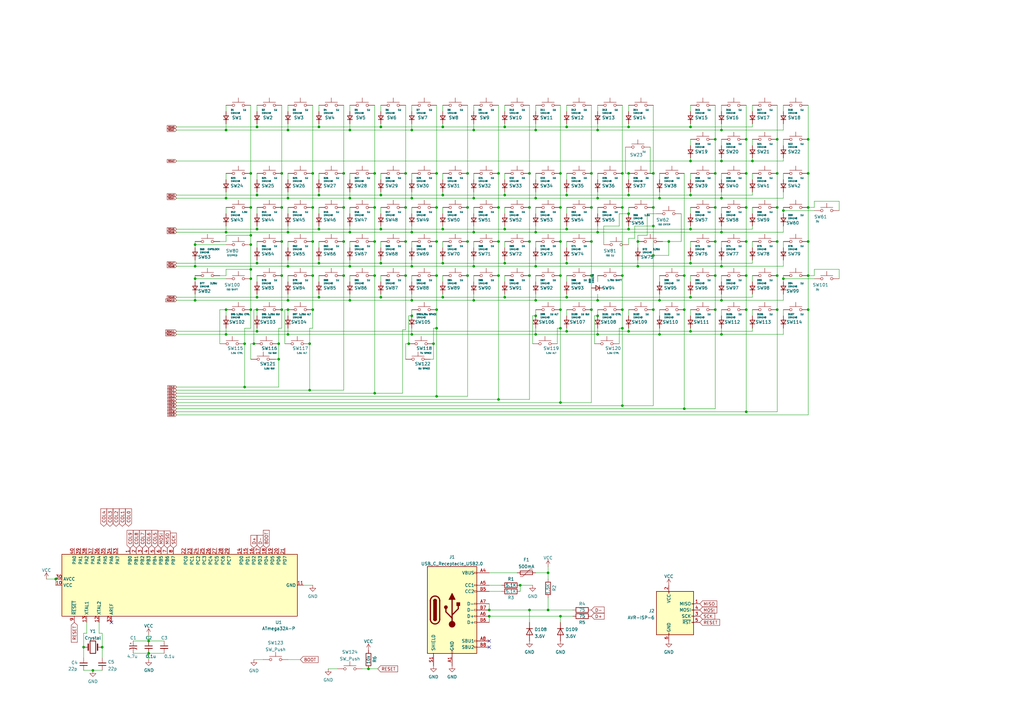
<source format=kicad_sch>
(kicad_sch (version 20211123) (generator eeschema)
  (paper "A3")
  (junction (at 118.11 109.22))
  (junction (at 245.11 123.19))
  (junction (at 194.31 53.34))
  (junction (at 280.67 113.03))
  (junction (at 179.07 162.56))
  (junction (at 245.11 95.25))
  (junction (at 267.97 104.775))
  (junction (at 115.57 113.03))
  (junction (at 219.71 137.16))
  (junction (at 229.87 99.06))
  (junction (at 153.67 85.09))
  (junction (at 179.07 99.06))
  (junction (at 229.87 113.03))
  (junction (at 318.77 71.12))
  (junction (at 102.87 96.52))
  (junction (at 283.21 93.98))
  (junction (at 274.32 99.06))
  (junction (at 255.27 166.37))
  (junction (at 194.31 95.25))
  (junction (at 204.47 163.83))
  (junction (at 105.41 121.92))
  (junction (at 200.66 252.73))
  (junction (at 194.31 123.19))
  (junction (at 308.61 66.04))
  (junction (at 102.87 114.3))
  (junction (at 115.57 71.12))
  (junction (at 318.77 127))
  (junction (at 153.67 161.29))
  (junction (at 270.51 123.19))
  (junction (at 80.01 114.3))
  (junction (at 105.41 52.07))
  (junction (at 280.67 167.64))
  (junction (at 168.91 53.34))
  (junction (at 181.61 52.07))
  (junction (at 153.67 71.12))
  (junction (at 156.21 80.01))
  (junction (at 166.37 113.03))
  (junction (at 245.11 81.28))
  (junction (at 191.77 71.12))
  (junction (at 92.71 81.28))
  (junction (at 217.17 85.09))
  (junction (at 118.11 53.34))
  (junction (at 207.01 52.07))
  (junction (at 105.41 107.95))
  (junction (at 114.3 147.32))
  (junction (at 127 160.02))
  (junction (at 306.07 127))
  (junction (at 224.79 250.19))
  (junction (at 153.67 99.06))
  (junction (at 283.21 107.95))
  (junction (at 118.11 127))
  (junction (at 92.71 53.34))
  (junction (at 118.11 95.25))
  (junction (at 229.87 134.62))
  (junction (at 219.71 109.22))
  (junction (at 130.81 80.01))
  (junction (at 213.36 240.03))
  (junction (at 181.61 93.98))
  (junction (at 283.21 135.89))
  (junction (at 80.01 109.22))
  (junction (at 229.87 127))
  (junction (at 255.27 127))
  (junction (at 245.11 129.54))
  (junction (at 331.47 85.09))
  (junction (at 128.27 127))
  (junction (at 38.1 274.955))
  (junction (at 207.01 80.01))
  (junction (at 128.27 113.03))
  (junction (at 295.91 66.04))
  (junction (at 295.91 137.16))
  (junction (at 293.37 99.06))
  (junction (at 261.62 99.06))
  (junction (at 80.01 123.19))
  (junction (at 130.81 121.92))
  (junction (at 92.71 95.25))
  (junction (at 242.57 127))
  (junction (at 261.62 109.22))
  (junction (at 102.87 127))
  (junction (at 118.11 81.28))
  (junction (at 92.71 127))
  (junction (at 306.07 85.09))
  (junction (at 283.21 121.92))
  (junction (at 242.57 99.06))
  (junction (at 179.07 113.03))
  (junction (at 118.11 137.16))
  (junction (at 229.87 252.73))
  (junction (at 270.51 81.28))
  (junction (at 115.57 99.06))
  (junction (at 270.51 137.16))
  (junction (at 102.87 110.49))
  (junction (at 115.57 127))
  (junction (at 321.31 86.36))
  (junction (at 80.01 100.33))
  (junction (at 204.47 85.09))
  (junction (at 267.97 127))
  (junction (at 127 140.97))
  (junction (at 232.41 80.01))
  (junction (at 156.21 107.95))
  (junction (at 232.41 93.98))
  (junction (at 105.41 80.01))
  (junction (at 245.11 53.34))
  (junction (at 207.01 121.92))
  (junction (at 179.07 134.62))
  (junction (at 306.07 71.12))
  (junction (at 257.81 71.12))
  (junction (at 166.37 71.12))
  (junction (at 283.21 52.07))
  (junction (at 204.47 113.03))
  (junction (at 255.27 113.03))
  (junction (at 219.71 95.25))
  (junction (at 255.27 134.62))
  (junction (at 280.67 127))
  (junction (at 306.07 57.15))
  (junction (at 105.41 127))
  (junction (at 217.17 71.12))
  (junction (at 105.41 93.98))
  (junction (at 200.66 250.19))
  (junction (at 156.21 52.07))
  (junction (at 331.47 113.03))
  (junction (at 143.51 81.28))
  (junction (at 179.07 85.09))
  (junction (at 102.87 100.33))
  (junction (at 242.57 113.03))
  (junction (at 242.57 85.09))
  (junction (at 115.57 85.09))
  (junction (at 22.86 237.49))
  (junction (at 102.87 85.09))
  (junction (at 166.37 99.06))
  (junction (at 100.33 158.75))
  (junction (at 224.79 234.95))
  (junction (at 140.97 99.06))
  (junction (at 102.87 71.12))
  (junction (at 257.81 80.01))
  (junction (at 306.07 99.06))
  (junction (at 41.91 265.43))
  (junction (at 306.07 113.03))
  (junction (at 128.27 71.12))
  (junction (at 179.07 71.12))
  (junction (at 140.97 113.03))
  (junction (at 318.77 113.03))
  (junction (at 194.31 81.28))
  (junction (at 168.91 137.16))
  (junction (at 60.96 267.97))
  (junction (at 257.81 87.63))
  (junction (at 318.77 57.15))
  (junction (at 257.81 135.89))
  (junction (at 217.17 113.03))
  (junction (at 229.87 71.12))
  (junction (at 100.33 140.97))
  (junction (at 232.41 107.95))
  (junction (at 217.17 250.19))
  (junction (at 140.97 71.12))
  (junction (at 128.27 85.09))
  (junction (at 194.31 109.22))
  (junction (at 293.37 127))
  (junction (at 321.31 114.3))
  (junction (at 191.77 113.03))
  (junction (at 143.51 95.25))
  (junction (at 168.91 123.19))
  (junction (at 255.27 85.09))
  (junction (at 168.91 129.54))
  (junction (at 229.87 165.1))
  (junction (at 168.91 95.25))
  (junction (at 257.81 52.07))
  (junction (at 219.71 129.54))
  (junction (at 283.21 80.01))
  (junction (at 295.91 109.22))
  (junction (at 283.21 66.04))
  (junction (at 257.81 93.98))
  (junction (at 242.57 71.12))
  (junction (at 156.21 121.92))
  (junction (at 179.07 127))
  (junction (at 118.11 123.19))
  (junction (at 207.01 93.98))
  (junction (at 204.47 99.06))
  (junction (at 166.37 85.09))
  (junction (at 181.61 80.01))
  (junction (at 232.41 135.89))
  (junction (at 60.96 262.89))
  (junction (at 130.81 107.95))
  (junction (at 105.41 135.89))
  (junction (at 295.91 123.19))
  (junction (at 168.91 81.28))
  (junction (at 181.61 107.95))
  (junction (at 295.91 95.25))
  (junction (at 267.97 92.71))
  (junction (at 153.67 113.03))
  (junction (at 232.41 121.92))
  (junction (at 331.47 127))
  (junction (at 191.77 99.06))
  (junction (at 140.97 85.09))
  (junction (at 331.47 57.15))
  (junction (at 295.91 53.34))
  (junction (at 104.14 140.97))
  (junction (at 331.47 99.06))
  (junction (at 229.87 85.09))
  (junction (at 245.11 137.16))
  (junction (at 255.27 71.12))
  (junction (at 204.47 71.12))
  (junction (at 293.37 71.12))
  (junction (at 267.97 85.09))
  (junction (at 219.71 53.34))
  (junction (at 92.71 137.16))
  (junction (at 130.81 93.98))
  (junction (at 267.97 71.12))
  (junction (at 143.51 109.22))
  (junction (at 34.29 265.43))
  (junction (at 207.01 107.95))
  (junction (at 143.51 53.34))
  (junction (at 318.77 99.06))
  (junction (at 114.3 140.97))
  (junction (at 219.71 123.19))
  (junction (at 318.77 85.09))
  (junction (at 191.77 85.09))
  (junction (at 130.81 52.07))
  (junction (at 168.91 109.22))
  (junction (at 156.21 93.98))
  (junction (at 293.37 113.03))
  (junction (at 293.37 85.09))
  (junction (at 219.71 81.28))
  (junction (at 295.91 81.28))
  (junction (at 128.27 99.06))
  (junction (at 232.41 52.07))
  (junction (at 177.8 140.97))
  (junction (at 293.37 57.15))
  (junction (at 181.61 121.92))
  (junction (at 143.51 123.19))
  (junction (at 151.13 274.32))
  (junction (at 217.17 99.06))
  (junction (at 306.07 168.91))
  (junction (at 331.47 71.12))
  (junction (at 167.64 140.97))
  (no_connect (at 200.66 265.43))
  (no_connect (at 45.72 255.27))
  (no_connect (at 200.66 262.89))
  (wire (pts (xy 232.41 52.07) (xy 257.81 52.07)))
  (wire (pts (xy 257.81 52.07) (xy 283.21 52.07)))
  (wire (pts (xy 243.84 129.54) (xy 243.84 140.97)))
  (wire (pts (xy 72.39 107.95) (xy 105.41 107.95)))
  (wire (pts (xy 267.97 104.775) (xy 267.97 127)))
  (wire (pts (xy 168.91 53.34) (xy 194.31 53.34)))
  (wire (pts (xy 100.33 134.62) (xy 100.33 140.97)))
  (wire (pts (xy 92.71 43.18) (xy 92.71 45.72)))
  (wire (pts (xy 72.39 137.16) (xy 92.71 137.16)))
  (wire (pts (xy 148.59 274.32) (xy 151.13 274.32)))
  (wire (pts (xy 344.17 86.36) (xy 344.17 82.55)))
  (wire (pts (xy 247.65 100.33) (xy 247.65 92.71)))
  (wire (pts (xy 318.77 71.12) (xy 318.77 85.09)))
  (wire (pts (xy 242.57 85.09) (xy 242.57 99.06)))
  (wire (pts (xy 232.41 107.95) (xy 283.21 107.95)))
  (wire (pts (xy 318.77 85.09) (xy 318.77 99.06)))
  (wire (pts (xy 156.21 107.95) (xy 181.61 107.95)))
  (wire (pts (xy 295.91 109.22) (xy 321.31 109.22)))
  (wire (pts (xy 179.07 113.03) (xy 179.07 127)))
  (wire (pts (xy 194.31 71.12) (xy 194.31 73.66)))
  (wire (pts (xy 217.17 113.03) (xy 217.17 163.83)))
  (wire (pts (xy 92.71 53.34) (xy 118.11 53.34)))
  (wire (pts (xy 207.01 121.92) (xy 232.41 121.92)))
  (wire (pts (xy 105.41 113.03) (xy 105.41 115.57)))
  (wire (pts (xy 265.43 96.52) (xy 261.62 96.52)))
  (wire (pts (xy 72.39 135.89) (xy 105.41 135.89)))
  (wire (pts (xy 257.81 134.62) (xy 257.81 135.89)))
  (wire (pts (xy 34.29 259.715) (xy 34.29 265.43)))
  (wire (pts (xy 306.07 127) (xy 306.07 168.91)))
  (wire (pts (xy 130.81 71.12) (xy 130.81 73.66)))
  (wire (pts (xy 156.21 121.92) (xy 181.61 121.92)))
  (wire (pts (xy 168.91 43.18) (xy 168.91 45.72)))
  (wire (pts (xy 168.91 137.16) (xy 219.71 137.16)))
  (wire (pts (xy 306.07 71.12) (xy 306.07 85.09)))
  (wire (pts (xy 261.62 106.68) (xy 261.62 109.22)))
  (wire (pts (xy 92.71 78.74) (xy 92.71 81.28)))
  (wire (pts (xy 156.21 120.65) (xy 156.21 121.92)))
  (wire (pts (xy 245.11 43.18) (xy 245.11 45.72)))
  (wire (pts (xy 283.21 57.15) (xy 283.21 59.69)))
  (wire (pts (xy 295.91 113.03) (xy 295.91 115.57)))
  (wire (pts (xy 118.11 120.65) (xy 118.11 123.19)))
  (wire (pts (xy 306.07 43.18) (xy 306.07 57.15)))
  (wire (pts (xy 308.61 85.09) (xy 308.61 87.63)))
  (wire (pts (xy 143.51 50.8) (xy 143.51 53.34)))
  (wire (pts (xy 219.71 120.65) (xy 219.71 123.19)))
  (wire (pts (xy 321.31 134.62) (xy 321.31 137.16)))
  (wire (pts (xy 257.81 127) (xy 257.81 129.54)))
  (wire (pts (xy 318.77 99.06) (xy 318.77 113.03)))
  (wire (pts (xy 242.57 113.03) (xy 242.57 127)))
  (wire (pts (xy 156.21 80.01) (xy 181.61 80.01)))
  (wire (pts (xy 308.61 127) (xy 308.61 129.54)))
  (wire (pts (xy 232.41 50.8) (xy 232.41 52.07)))
  (wire (pts (xy 232.41 135.89) (xy 257.81 135.89)))
  (wire (pts (xy 331.47 85.09) (xy 331.47 99.06)))
  (wire (pts (xy 283.21 92.71) (xy 283.21 93.98)))
  (wire (pts (xy 105.41 99.06) (xy 105.41 101.6)))
  (wire (pts (xy 72.39 161.29) (xy 153.67 161.29)))
  (wire (pts (xy 168.91 99.06) (xy 168.91 101.6)))
  (wire (pts (xy 219.71 109.22) (xy 261.62 109.22)))
  (wire (pts (xy 130.81 92.71) (xy 130.81 93.98)))
  (wire (pts (xy 308.61 92.71) (xy 308.61 93.98)))
  (wire (pts (xy 283.21 135.89) (xy 308.61 135.89)))
  (wire (pts (xy 80.01 123.19) (xy 118.11 123.19)))
  (wire (pts (xy 344.17 110.49) (xy 344.17 114.3)))
  (wire (pts (xy 102.87 147.32) (xy 102.87 140.97)))
  (wire (pts (xy 181.61 120.65) (xy 181.61 121.92)))
  (wire (pts (xy 143.51 99.06) (xy 143.51 101.6)))
  (wire (pts (xy 279.4 87.63) (xy 279.4 99.06)))
  (wire (pts (xy 260.35 97.79) (xy 257.81 97.79)))
  (wire (pts (xy 40.64 255.27) (xy 40.64 259.715)))
  (wire (pts (xy 166.37 113.03) (xy 166.37 135.255)))
  (wire (pts (xy 102.87 114.3) (xy 102.87 127)))
  (wire (pts (xy 265.43 87.63) (xy 265.43 96.52)))
  (wire (pts (xy 321.31 114.3) (xy 321.31 115.57)))
  (wire (pts (xy 115.57 134.62) (xy 114.3 134.62)))
  (wire (pts (xy 118.11 43.18) (xy 118.11 45.72)))
  (wire (pts (xy 280.67 167.64) (xy 293.37 167.64)))
  (wire (pts (xy 194.31 113.03) (xy 194.31 115.57)))
  (wire (pts (xy 179.07 127) (xy 179.07 134.62)))
  (wire (pts (xy 283.21 66.04) (xy 295.91 66.04)))
  (wire (pts (xy 228.6 134.62) (xy 228.6 140.97)))
  (wire (pts (xy 72.39 160.02) (xy 127 160.02)))
  (wire (pts (xy 177.8 147.32) (xy 177.8 140.97)))
  (wire (pts (xy 143.51 123.19) (xy 168.91 123.19)))
  (wire (pts (xy 80.01 114.3) (xy 80.01 115.57)))
  (wire (pts (xy 194.31 53.34) (xy 219.71 53.34)))
  (wire (pts (xy 118.11 99.06) (xy 118.11 101.6)))
  (wire (pts (xy 166.37 43.18) (xy 166.37 71.12)))
  (wire (pts (xy 151.13 274.32) (xy 154.94 274.32)))
  (wire (pts (xy 232.41 85.09) (xy 232.41 87.63)))
  (wire (pts (xy 255.27 127) (xy 255.27 134.62)))
  (wire (pts (xy 72.39 170.18) (xy 331.47 170.18)))
  (wire (pts (xy 207.01 107.95) (xy 232.41 107.95)))
  (wire (pts (xy 115.57 43.18) (xy 115.57 71.12)))
  (wire (pts (xy 156.21 85.09) (xy 156.21 87.63)))
  (wire (pts (xy 283.21 71.12) (xy 283.21 73.66)))
  (wire (pts (xy 204.47 113.03) (xy 204.47 163.83)))
  (wire (pts (xy 295.91 53.34) (xy 321.31 53.34)))
  (wire (pts (xy 156.21 99.06) (xy 156.21 101.6)))
  (wire (pts (xy 102.87 134.62) (xy 100.33 134.62)))
  (wire (pts (xy 245.11 120.65) (xy 245.11 123.19)))
  (wire (pts (xy 229.87 99.06) (xy 229.87 113.03)))
  (wire (pts (xy 295.91 78.74) (xy 295.91 81.28)))
  (wire (pts (xy 168.91 95.25) (xy 194.31 95.25)))
  (wire (pts (xy 104.14 270.51) (xy 107.95 270.51)))
  (wire (pts (xy 207.01 50.8) (xy 207.01 52.07)))
  (wire (pts (xy 100.33 158.75) (xy 114.3 158.75)))
  (wire (pts (xy 166.37 147.32) (xy 166.37 140.97)))
  (wire (pts (xy 306.07 85.09) (xy 306.07 99.06)))
  (wire (pts (xy 217.17 99.06) (xy 217.17 113.03)))
  (wire (pts (xy 267.97 71.12) (xy 267.97 85.09)))
  (wire (pts (xy 128.27 127) (xy 128.27 134.62)))
  (wire (pts (xy 140.97 85.09) (xy 140.97 99.06)))
  (wire (pts (xy 280.67 113.03) (xy 280.67 127)))
  (wire (pts (xy 295.91 92.71) (xy 295.91 95.25)))
  (wire (pts (xy 207.01 106.68) (xy 207.01 107.95)))
  (wire (pts (xy 295.91 99.06) (xy 295.91 101.6)))
  (wire (pts (xy 270.51 123.19) (xy 295.91 123.19)))
  (wire (pts (xy 130.81 85.09) (xy 130.81 87.63)))
  (wire (pts (xy 207.01 80.01) (xy 232.41 80.01)))
  (wire (pts (xy 118.11 137.16) (xy 168.91 137.16)))
  (wire (pts (xy 156.21 93.98) (xy 181.61 93.98)))
  (wire (pts (xy 143.51 109.22) (xy 168.91 109.22)))
  (wire (pts (xy 130.81 93.98) (xy 156.21 93.98)))
  (wire (pts (xy 321.31 86.36) (xy 334.01 86.36)))
  (wire (pts (xy 254 87.63) (xy 257.81 87.63)))
  (wire (pts (xy 80.01 106.68) (xy 80.01 109.22)))
  (wire (pts (xy 344.17 82.55) (xy 334.01 82.55)))
  (wire (pts (xy 168.91 50.8) (xy 168.91 53.34)))
  (wire (pts (xy 295.91 127) (xy 295.91 129.54)))
  (wire (pts (xy 118.11 71.12) (xy 118.11 73.66)))
  (wire (pts (xy 308.61 106.68) (xy 308.61 107.95)))
  (wire (pts (xy 270.51 78.74) (xy 270.51 81.28)))
  (wire (pts (xy 124.46 240.03) (xy 128.27 240.03)))
  (wire (pts (xy 217.17 71.12) (xy 217.17 85.09)))
  (wire (pts (xy 105.41 80.01) (xy 130.81 80.01)))
  (wire (pts (xy 331.47 71.12) (xy 331.47 85.09)))
  (wire (pts (xy 153.67 85.09) (xy 153.67 99.06)))
  (wire (pts (xy 308.61 57.15) (xy 308.61 59.69)))
  (wire (pts (xy 318.77 43.18) (xy 318.77 57.15)))
  (wire (pts (xy 34.29 274.955) (xy 38.1 274.955)))
  (wire (pts (xy 92.71 92.71) (xy 92.71 95.25)))
  (wire (pts (xy 232.41 120.65) (xy 232.41 121.92)))
  (wire (pts (xy 118.11 92.71) (xy 118.11 95.25)))
  (wire (pts (xy 232.41 43.18) (xy 232.41 45.72)))
  (wire (pts (xy 72.39 166.37) (xy 255.27 166.37)))
  (wire (pts (xy 219.71 85.09) (xy 219.71 87.63)))
  (wire (pts (xy 181.61 106.68) (xy 181.61 107.95)))
  (wire (pts (xy 219.71 71.12) (xy 219.71 73.66)))
  (wire (pts (xy 270.51 113.03) (xy 270.51 115.57)))
  (wire (pts (xy 105.41 134.62) (xy 105.41 135.89)))
  (wire (pts (xy 334.01 110.49) (xy 344.17 110.49)))
  (wire (pts (xy 242.57 127) (xy 242.57 165.1)))
  (wire (pts (xy 165.1 135.255) (xy 165.1 161.29)))
  (wire (pts (xy 114.3 140.97) (xy 114.3 147.32)))
  (wire (pts (xy 318.77 127) (xy 318.77 168.91)))
  (wire (pts (xy 306.07 99.06) (xy 306.07 113.03)))
  (wire (pts (xy 219.71 123.19) (xy 245.11 123.19)))
  (wire (pts (xy 168.91 71.12) (xy 168.91 73.66)))
  (wire (pts (xy 194.31 50.8) (xy 194.31 53.34)))
  (wire (pts (xy 256.54 60.325) (xy 256.54 71.12)))
  (wire (pts (xy 194.31 95.25) (xy 219.71 95.25)))
  (wire (pts (xy 35.56 255.27) (xy 35.56 259.715)))
  (wire (pts (xy 156.21 78.74) (xy 156.21 80.01)))
  (wire (pts (xy 181.61 78.74) (xy 181.61 80.01)))
  (wire (pts (xy 266.7 60.325) (xy 266.7 71.12)))
  (wire (pts (xy 270.51 71.12) (xy 270.51 73.66)))
  (wire (pts (xy 242.57 99.06) (xy 242.57 113.03)))
  (wire (pts (xy 257.81 43.18) (xy 257.81 45.72)))
  (wire (pts (xy 90.17 127) (xy 92.71 127)))
  (wire (pts (xy 72.39 168.91) (xy 306.07 168.91)))
  (wire (pts (xy 19.05 237.49) (xy 22.86 237.49)))
  (wire (pts (xy 41.91 265.43) (xy 41.91 259.715)))
  (wire (pts (xy 219.71 81.28) (xy 245.11 81.28)))
  (wire (pts (xy 140.97 113.03) (xy 140.97 160.02)))
  (wire (pts (xy 232.41 127) (xy 232.41 129.54)))
  (wire (pts (xy 331.47 43.18) (xy 331.47 57.15)))
  (wire (pts (xy 134.62 274.32) (xy 138.43 274.32)))
  (wire (pts (xy 80.01 114.3) (xy 92.71 114.3)))
  (wire (pts (xy 104.14 140.97) (xy 104.14 127)))
  (wire (pts (xy 219.71 53.34) (xy 245.11 53.34)))
  (wire (pts (xy 232.41 113.03) (xy 232.41 115.57)))
  (wire (pts (xy 100.33 140.97) (xy 100.33 158.75)))
  (wire (pts (xy 229.87 165.1) (xy 242.57 165.1)))
  (wire (pts (xy 168.91 120.65) (xy 168.91 123.19)))
  (wire (pts (xy 204.47 99.06) (xy 204.47 113.03)))
  (wire (pts (xy 128.27 85.09) (xy 128.27 99.06)))
  (wire (pts (xy 308.61 64.77) (xy 308.61 66.04)))
  (wire (pts (xy 156.21 52.07) (xy 181.61 52.07)))
  (wire (pts (xy 168.91 109.22) (xy 194.31 109.22)))
  (wire (pts (xy 130.81 106.68) (xy 130.81 107.95)))
  (wire (pts (xy 181.61 50.8) (xy 181.61 52.07)))
  (wire (pts (xy 168.91 85.09) (xy 168.91 87.63)))
  (wire (pts (xy 295.91 66.04) (xy 308.61 66.04)))
  (wire (pts (xy 207.01 113.03) (xy 207.01 115.57)))
  (wire (pts (xy 72.39 163.83) (xy 204.47 163.83)))
  (wire (pts (xy 207.01 85.09) (xy 207.01 87.63)))
  (wire (pts (xy 153.67 113.03) (xy 153.67 161.29)))
  (wire (pts (xy 308.61 50.8) (xy 308.61 52.07)))
  (wire (pts (xy 127 134.62) (xy 127 140.97)))
  (wire (pts (xy 229.87 134.62) (xy 228.6 134.62)))
  (wire (pts (xy 181.61 113.03) (xy 181.61 115.57)))
  (wire (pts (xy 321.31 43.18) (xy 321.31 45.72)))
  (wire (pts (xy 194.31 99.06) (xy 194.31 101.6)))
  (wire (pts (xy 255.27 43.18) (xy 255.27 71.12)))
  (wire (pts (xy 115.57 127) (xy 115.57 134.62)))
  (wire (pts (xy 280.67 127) (xy 280.67 167.64)))
  (wire (pts (xy 105.41 85.09) (xy 105.41 87.63)))
  (wire (pts (xy 179.07 162.56) (xy 191.77 162.56)))
  (wire (pts (xy 130.81 107.95) (xy 156.21 107.95)))
  (wire (pts (xy 293.37 113.03) (xy 293.37 127)))
  (wire (pts (xy 72.39 66.04) (xy 283.21 66.04)))
  (wire (pts (xy 92.71 113.03) (xy 90.17 113.03)))
  (wire (pts (xy 104.14 127) (xy 105.41 127)))
  (wire (pts (xy 270.51 120.65) (xy 270.51 123.19)))
  (wire (pts (xy 200.66 242.57) (xy 205.74 242.57)))
  (wire (pts (xy 321.31 85.09) (xy 321.31 86.36)))
  (wire (pts (xy 105.41 43.18) (xy 105.41 45.72)))
  (wire (pts (xy 257.81 93.98) (xy 283.21 93.98)))
  (wire (pts (xy 204.47 71.12) (xy 204.47 85.09)))
  (wire (pts (xy 92.71 81.28) (xy 118.11 81.28)))
  (wire (pts (xy 118.11 270.51) (xy 123.19 270.51)))
  (wire (pts (xy 200.66 247.65) (xy 200.66 250.19)))
  (wire (pts (xy 105.41 120.65) (xy 105.41 121.92)))
  (wire (pts (xy 295.91 50.8) (xy 295.91 53.34)))
  (wire (pts (xy 283.21 50.8) (xy 283.21 52.07)))
  (wire (pts (xy 274.32 99.06) (xy 271.78 99.06)))
  (wire (pts (xy 115.57 85.09) (xy 115.57 99.06)))
  (wire (pts (xy 247.65 92.71) (xy 254 92.71)))
  (wire (pts (xy 245.11 134.62) (xy 245.11 137.16)))
  (wire (pts (xy 181.61 107.95) (xy 207.01 107.95)))
  (wire (pts (xy 102.87 71.12) (xy 102.87 85.09)))
  (wire (pts (xy 229.87 252.73) (xy 234.95 252.73)))
  (wire (pts (xy 245.11 113.03) (xy 245.11 115.57)))
  (wire (pts (xy 204.47 85.09) (xy 204.47 99.06)))
  (wire (pts (xy 318.77 57.15) (xy 318.77 71.12)))
  (wire (pts (xy 295.91 137.16) (xy 321.31 137.16)))
  (wire (pts (xy 80.01 99.06) (xy 80.01 100.33)))
  (wire (pts (xy 80.01 100.33) (xy 92.71 100.33)))
  (wire (pts (xy 207.01 93.98) (xy 232.41 93.98)))
  (wire (pts (xy 207.01 43.18) (xy 207.01 45.72)))
  (wire (pts (xy 156.21 106.68) (xy 156.21 107.95)))
  (wire (pts (xy 118.11 78.74) (xy 118.11 81.28)))
  (wire (pts (xy 181.61 85.09) (xy 181.61 87.63)))
  (wire (pts (xy 283.21 107.95) (xy 308.61 107.95)))
  (wire (pts (xy 255.27 113.03) (xy 255.27 127)))
  (wire (pts (xy 321.31 99.06) (xy 321.31 101.6)))
  (wire (pts (xy 321.31 106.68) (xy 321.31 109.22)))
  (wire (pts (xy 308.61 71.12) (xy 308.61 73.66)))
  (wire (pts (xy 245.11 92.71) (xy 245.11 95.25)))
  (wire (pts (xy 283.21 121.92) (xy 308.61 121.92)))
  (wire (pts (xy 41.91 269.875) (xy 41.91 265.43)))
  (wire (pts (xy 156.21 50.8) (xy 156.21 52.07)))
  (wire (pts (xy 219.71 127) (xy 219.71 129.54)))
  (wire (pts (xy 293.37 71.12) (xy 293.37 85.09)))
  (wire (pts (xy 105.41 127) (xy 105.41 129.54)))
  (wire (pts (xy 114.3 134.62) (xy 114.3 140.97)))
  (wire (pts (xy 153.67 99.06) (xy 153.67 113.03)))
  (wire (pts (xy 118.11 53.34) (xy 143.51 53.34)))
  (wire (pts (xy 261.62 99.06) (xy 261.62 101.6)))
  (wire (pts (xy 128.27 71.12) (xy 128.27 85.09)))
  (wire (pts (xy 194.31 81.28) (xy 219.71 81.28)))
  (wire (pts (xy 118.11 50.8) (xy 118.11 53.34)))
  (wire (pts (xy 181.61 43.18) (xy 181.61 45.72)))
  (wire (pts (xy 295.91 85.09) (xy 295.91 87.63)))
  (wire (pts (xy 255.27 166.37) (xy 267.97 166.37)))
  (wire (pts (xy 232.41 71.12) (xy 232.41 73.66)))
  (wire (pts (xy 293.37 43.18) (xy 293.37 57.15)))
  (wire (pts (xy 295.91 134.62) (xy 295.91 137.16)))
  (wire (pts (xy 306.07 168.91) (xy 318.77 168.91)))
  (wire (pts (xy 213.36 242.57) (xy 213.36 240.03)))
  (wire (pts (xy 232.41 106.68) (xy 232.41 107.95)))
  (wire (pts (xy 156.21 92.71) (xy 156.21 93.98)))
  (wire (pts (xy 200.66 252.73) (xy 229.87 252.73)))
  (wire (pts (xy 38.1 274.955) (xy 41.91 274.955)))
  (wire (pts (xy 54.61 262.89) (xy 60.96 262.89)))
  (wire (pts (xy 130.81 80.01) (xy 156.21 80.01)))
  (wire (pts (xy 143.51 92.71) (xy 143.51 95.25)))
  (wire (pts (xy 331.47 57.15) (xy 331.47 71.12)))
  (wire (pts (xy 207.01 78.74) (xy 207.01 80.01)))
  (wire (pts (xy 130.81 120.65) (xy 130.81 121.92)))
  (wire (pts (xy 143.51 53.34) (xy 168.91 53.34)))
  (wire (pts (xy 80.01 100.33) (xy 80.01 101.6)))
  (wire (pts (xy 218.44 140.97) (xy 218.44 129.54)))
  (wire (pts (xy 270.51 137.16) (xy 295.91 137.16)))
  (wire (pts (xy 168.91 113.03) (xy 168.91 115.57)))
  (wire (pts (xy 224.79 237.49) (xy 224.79 234.95)))
  (wire (pts (xy 168.91 134.62) (xy 168.91 137.16)))
  (wire (pts (xy 255.27 71.12) (xy 255.27 85.09)))
  (wire (pts (xy 181.61 52.07) (xy 207.01 52.07)))
  (wire (pts (xy 102.87 96.52) (xy 92.71 96.52)))
  (wire (pts (xy 200.66 250.19) (xy 217.17 250.19)))
  (wire (pts (xy 191.77 85.09) (xy 191.77 99.06)))
  (wire (pts (xy 283.21 99.06) (xy 283.21 101.6)))
  (wire (pts (xy 114.3 158.75) (xy 114.3 147.32)))
  (wire (pts (xy 267.97 85.09) (xy 267.97 92.71)))
  (wire (pts (xy 72.39 95.25) (xy 92.71 95.25)))
  (wire (pts (xy 261.62 96.52) (xy 261.62 99.06)))
  (wire (pts (xy 92.71 110.49) (xy 92.71 113.03)))
  (wire (pts (xy 166.37 85.09) (xy 166.37 99.06)))
  (wire (pts (xy 118.11 113.03) (xy 118.11 115.57)))
  (wire (pts (xy 256.54 71.12) (xy 257.81 71.12)))
  (wire (pts (xy 245.11 78.74) (xy 245.11 81.28)))
  (wire (pts (xy 219.71 43.18) (xy 219.71 45.72)))
  (wire (pts (xy 270.51 134.62) (xy 270.51 137.16)))
  (wire (pts (xy 232.41 121.92) (xy 283.21 121.92)))
  (wire (pts (xy 257.81 85.09) (xy 257.81 87.63)))
  (wire (pts (xy 102.87 110.49) (xy 102.87 114.3)))
  (wire (pts (xy 105.41 135.89) (xy 232.41 135.89)))
  (wire (pts (xy 34.29 265.43) (xy 34.29 269.875)))
  (wire (pts (xy 254 92.71) (xy 254 87.63)))
  (wire (pts (xy 229.87 43.18) (xy 229.87 71.12)))
  (wire (pts (xy 92.71 137.16) (xy 118.11 137.16)))
  (wire (pts (xy 232.41 80.01) (xy 257.81 80.01)))
  (wire (pts (xy 130.81 113.03) (xy 130.81 115.57)))
  (wire (pts (xy 143.51 85.09) (xy 143.51 87.63)))
  (wire (pts (xy 200.66 234.95) (xy 212.09 234.95)))
  (wire (pts (xy 194.31 106.68) (xy 194.31 109.22)))
  (wire (pts (xy 245.11 71.12) (xy 245.11 73.66)))
  (wire (pts (xy 269.24 87.63) (xy 265.43 87.63)))
  (wire (pts (xy 167.64 140.97) (xy 167.64 129.54)))
  (wire (pts (xy 207.01 120.65) (xy 207.01 121.92)))
  (wire (pts (xy 283.21 106.68) (xy 283.21 107.95)))
  (wire (pts (xy 72.39 167.64) (xy 280.67 167.64)))
  (wire (pts (xy 92.71 96.52) (xy 92.71 99.06)))
  (wire (pts (xy 194.31 109.22) (xy 219.71 109.22)))
  (wire (pts (xy 179.07 134.62) (xy 179.07 162.56)))
  (wire (pts (xy 92.71 127) (xy 92.71 129.54)))
  (wire (pts (xy 279.4 99.06) (xy 274.32 99.06)))
  (wire (pts (xy 308.61 120.65) (xy 308.61 121.92)))
  (wire (pts (xy 229.87 252.73) (xy 229.87 255.27)))
  (wire (pts (xy 207.01 71.12) (xy 207.01 73.66)))
  (wire (pts (xy 232.41 134.62) (xy 232.41 135.89)))
  (wire (pts (xy 255.27 134.62) (xy 255.27 166.37)))
  (wire (pts (xy 308.61 134.62) (xy 308.61 135.89)))
  (wire (pts (xy 217.17 250.19) (xy 224.79 250.19)))
  (wire (pts (xy 72.39 123.19) (xy 80.01 123.19)))
  (wire (pts (xy 242.57 43.18) (xy 242.57 71.12)))
  (wire (pts (xy 321.31 120.65) (xy 321.31 123.19)))
  (wire (pts (xy 245.11 129.54) (xy 243.84 129.54)))
  (wire (pts (xy 267.97 92.71) (xy 260.35 92.71)))
  (wire (pts (xy 224.79 250.19) (xy 234.95 250.19)))
  (wire (pts (xy 283.21 113.03) (xy 283.21 115.57)))
  (wire (pts (xy 143.51 81.28) (xy 168.91 81.28)))
  (wire (pts (xy 257.81 50.8) (xy 257.81 52.07)))
  (wire (pts (xy 92.71 53.34) (xy 72.39 53.34)))
  (wire (pts (xy 293.37 99.06) (xy 293.37 113.03)))
  (wire (pts (xy 321.31 78.74) (xy 321.31 81.28)))
  (wire (pts (xy 217.17 85.09) (xy 217.17 99.06)))
  (wire (pts (xy 318.77 113.03) (xy 318.77 127)))
  (wire (pts (xy 261.62 109.22) (xy 295.91 109.22)))
  (wire (pts (xy 118.11 134.62) (xy 118.11 137.16)))
  (wire (pts (xy 232.41 78.74) (xy 232.41 80.01)))
  (wire (pts (xy 334.01 82.55) (xy 334.01 85.09)))
  (wire (pts (xy 92.71 134.62) (xy 92.71 137.16)))
  (wire (pts (xy 257.81 71.12) (xy 257.81 73.66)))
  (wire (pts (xy 267.97 104.775) (xy 274.32 104.775)))
  (wire (pts (xy 331.47 99.06) (xy 331.47 113.03)))
  (wire (pts (xy 102.87 43.18) (xy 102.87 71.12)))
  (wire (pts (xy 166.37 71.12) (xy 166.37 85.09)))
  (wire (pts (xy 254 140.97) (xy 254 134.62)))
  (wire (pts (xy 105.41 92.71) (xy 105.41 93.98)))
  (wire (pts (xy 232.41 93.98) (xy 257.81 93.98)))
  (wire (pts (xy 92.71 71.12) (xy 92.71 73.66)))
  (wire (pts (xy 274.32 104.775) (xy 274.32 99.06)))
  (wire (pts (xy 245.11 85.09) (xy 245.11 87.63)))
  (wire (pts (xy 293.37 57.15) (xy 293.37 71.12)))
  (wire (pts (xy 143.51 43.18) (xy 143.51 45.72)))
  (wire (pts (xy 245.11 137.16) (xy 270.51 137.16)))
  (wire (pts (xy 102.87 96.52) (xy 102.87 100.33)))
  (wire (pts (xy 113.03 147.32) (xy 114.3 147.32)))
  (wire (pts (xy 118.11 85.09) (xy 118.11 87.63)))
  (wire (pts (xy 143.51 113.03) (xy 143.51 115.57)))
  (wire (pts (xy 321.31 127) (xy 321.31 129.54)))
  (wire (pts (xy 219.71 78.74) (xy 219.71 81.28)))
  (wire (pts (xy 191.77 99.06) (xy 191.77 113.03)))
  (wire (pts (xy 72.39 121.92) (xy 105.41 121.92)))
  (wire (pts (xy 72.39 52.07) (xy 105.41 52.07)))
  (wire (pts (xy 72.39 162.56) (xy 179.07 162.56)))
  (wire (pts (xy 128.27 113.03) (xy 128.27 127)))
  (wire (pts (xy 283.21 127) (xy 283.21 129.54)))
  (wire (pts (xy 92.71 95.25) (xy 118.11 95.25)))
  (wire (pts (xy 219.71 106.68) (xy 219.71 109.22)))
  (wire (pts (xy 257.81 78.74) (xy 257.81 80.01)))
  (wire (pts (xy 166.37 135.255) (xy 165.1 135.255)))
  (wire (pts (xy 105.41 106.68) (xy 105.41 107.95)))
  (wire (pts (xy 60.96 267.97) (xy 67.31 267.97)))
  (wire (pts (xy 200.66 255.27) (xy 200.66 252.73)))
  (wire (pts (xy 283.21 134.62) (xy 283.21 135.89)))
  (wire (pts (xy 115.57 99.06) (xy 115.57 113.03)))
  (wire (pts (xy 207.01 92.71) (xy 207.01 93.98)))
  (wire (pts (xy 130.81 99.06) (xy 130.81 101.6)))
  (wire (pts (xy 267.97 92.71) (xy 267.97 104.775)))
  (wire (pts (xy 166.37 99.06) (xy 166.37 113.03)))
  (wire (pts (xy 295.91 123.19) (xy 321.31 123.19)))
  (wire (pts (xy 219.71 92.71) (xy 219.71 95.25)))
  (wire (pts (xy 224.79 232.41) (xy 224.79 234.95)))
  (wire (pts (xy 153.67 43.18) (xy 153.67 71.12)))
  (wire (pts (xy 128.27 134.62) (xy 127 134.62)))
  (wire (pts (xy 130.81 78.74) (xy 130.81 80.01)))
  (wire (pts (xy 167.64 129.54) (xy 168.91 129.54)))
  (wire (pts (xy 102.87 140.97) (xy 104.14 140.97)))
  (wire (pts (xy 242.57 71.12) (xy 242.57 85.09)))
  (wire (pts (xy 153.67 161.29) (xy 165.1 161.29)))
  (wire (pts (xy 176.53 147.32) (xy 177.8 147.32)))
  (wire (pts (xy 224.79 234.95) (xy 219.71 234.95)))
  (wire (pts (xy 80.01 120.65) (xy 80.01 123.19)))
  (wire (pts (xy 92.71 99.06) (xy 90.17 99.06)))
  (wire (pts (xy 168.91 123.19) (xy 194.31 123.19)))
  (wire (pts (xy 308.61 66.04) (xy 321.31 66.04)))
  (wire (pts (xy 128.27 99.06) (xy 128.27 113.03)))
  (wire (pts (xy 224.79 245.11) (xy 224.79 250.19)))
  (wire (pts (xy 245.11 81.28) (xy 270.51 81.28)))
  (wire (pts (xy 194.31 120.65) (xy 194.31 123.19)))
  (wire (pts (xy 105.41 52.07) (xy 130.81 52.07)))
  (wire (pts (xy 257.81 97.79) (xy 257.81 100.33)))
  (wire (pts (xy 102.87 100.33) (xy 102.87 110.49)))
  (wire (pts (xy 321.31 71.12) (xy 321.31 73.66)))
  (wire (pts (xy 140.97 43.18) (xy 140.97 71.12)))
  (wire (pts (xy 194.31 85.09) (xy 194.31 87.63)))
  (wire (pts (xy 143.51 78.74) (xy 143.51 81.28)))
  (wire (pts (xy 308.61 113.03) (xy 308.61 115.57)))
  (wire (pts (xy 245.11 95.25) (xy 295.91 95.25)))
  (wire (pts (xy 105.41 50.8) (xy 105.41 52.07)))
  (wire (pts (xy 181.61 80.01) (xy 207.01 80.01)))
  (wire (pts (xy 200.66 240.03) (xy 205.74 240.03)))
  (wire (pts (xy 321.31 114.3) (xy 334.01 114.3)))
  (wire (pts (xy 168.91 78.74) (xy 168.91 81.28)))
  (wire (pts (xy 179.07 43.18) (xy 179.07 71.12)))
  (wire (pts (xy 179.07 99.06) (xy 179.07 113.03)))
  (wire (pts (xy 194.31 123.19) (xy 219.71 123.19)))
  (wire (pts (xy 72.39 109.22) (xy 80.01 109.22)))
  (wire (pts (xy 194.31 43.18) (xy 194.31 45.72)))
  (wire (pts (xy 283.21 78.74) (xy 283.21 80.01)))
  (wire (pts (xy 130.81 121.92) (xy 156.21 121.92)))
  (wire (pts (xy 321.31 86.36) (xy 321.31 87.63)))
  (wire (pts (xy 283.21 120.65) (xy 283.21 121.92)))
  (wire (pts (xy 293.37 85.09) (xy 293.37 99.06)))
  (wire (pts (xy 283.21 43.18) (xy 283.21 45.72)))
  (wire (pts (xy 245.11 127) (xy 245.11 129.54)))
  (wire (pts (xy 127 140.97) (xy 127 160.02)))
  (wire (pts (xy 118.11 95.25) (xy 143.51 95.25)))
  (wire (pts (xy 219.71 95.25) (xy 245.11 95.25)))
  (wire (pts (xy 140.97 71.12) (xy 140.97 85.09)))
  (wire (pts (xy 219.71 50.8) (xy 219.71 53.34)))
  (wire (pts (xy 127 160.02) (xy 140.97 160.02)))
  (wire (pts (xy 40.64 259.715) (xy 41.91 259.715)))
  (wire (pts (xy 295.91 64.77) (xy 295.91 66.04)))
  (wire (pts (xy 105.41 71.12) (xy 105.41 73.66)))
  (wire (pts (xy 204.47 163.83) (xy 217.17 163.83)))
  (wire (pts (xy 130.81 50.8) (xy 130.81 52.07)))
  (wire (pts (xy 229.87 85.09) (xy 229.87 99.06)))
  (wire (pts (xy 143.51 120.65) (xy 143.51 123.19)))
  (wire (pts (xy 92.71 50.8) (xy 92.71 53.34)))
  (wire (pts (xy 115.57 71.12) (xy 115.57 85.09)))
  (wire (pts (xy 283.21 85.09) (xy 283.21 87.63)))
  (wire (pts (xy 140.97 99.06) (xy 140.97 113.03)))
  (wire (pts (xy 257.81 135.89) (xy 283.21 135.89)))
  (wire (pts (xy 219.71 134.62) (xy 219.71 137.16)))
  (wire (pts (xy 80.01 109.22) (xy 118.11 109.22)))
  (wire (pts (xy 331.47 127) (xy 331.47 170.18)))
  (wire (pts (xy 60.96 262.89) (xy 60.96 260.35)))
  (wire (pts (xy 219.71 99.06) (xy 219.71 101.6)))
  (wire (pts (xy 116.84 127) (xy 118.11 127)))
  (wire (pts (xy 168.91 106.68) (xy 168.91 109.22)))
  (wire (pts (xy 308.61 99.06) (xy 308.61 101.6)))
  (wire (pts (xy 321.31 92.71) (xy 321.31 95.25)))
  (wire (pts (xy 306.07 57.15) (xy 306.07 71.12)))
  (wire (pts (xy 331.47 113.03) (xy 331.47 127)))
  (wire (pts (xy 181.61 121.92) (xy 207.01 121.92)))
  (wire (pts (xy 60.96 267.97) (xy 60.96 270.51)))
  (wire (pts (xy 217.17 43.18) (xy 217.17 71.12)))
  (wire (pts (xy 308.61 43.18) (xy 308.61 45.72)))
  (wire (pts (xy 321.31 57.15) (xy 321.31 59.69)))
  (wire (pts (xy 128.27 43.18) (xy 128.27 71.12)))
  (wire (pts (xy 255.27 85.09) (xy 255.27 113.03)))
  (wire (pts (xy 102.87 85.09) (xy 102.87 96.52)))
  (wire (pts (xy 72.39 93.98) (xy 105.41 93.98)))
  (wire (pts (xy 181.61 71.12) (xy 181.61 73.66)))
  (wire (pts (xy 270.51 127) (xy 270.51 129.54)))
  (wire (pts (xy 218.44 129.54) (xy 219.71 129.54)))
  (wire (pts (xy 105.41 121.92) (xy 130.81 121.92)))
  (wire (pts (xy 80.01 113.03) (xy 80.01 114.3)))
  (wire (pts (xy 72.39 81.28) (xy 92.71 81.28)))
  (wire (pts (xy 267.97 127) (xy 267.97 166.37)))
  (wire (pts (xy 245.11 53.34) (xy 295.91 53.34)))
  (wire (pts (xy 331.47 113.03) (xy 334.01 113.03)))
  (wire (pts (xy 168.91 127) (xy 168.91 129.54)))
  (wire (pts (xy 60.96 262.89) (xy 67.31 262.89)))
  (wire (pts (xy 130.81 52.07) (xy 156.21 52.07)))
  (wire (pts (xy 102.87 110.49) (xy 92.71 110.49)))
  (wire (pts (xy 283.21 93.98) (xy 308.61 93.98)))
  (wire (pts (xy 306.07 113.03) (xy 306.07 127)))
  (wire (pts (xy 156.21 43.18) (xy 156.21 45.72)))
  (wire (pts (xy 54.61 267.97) (xy 60.96 267.97)))
  (wire (pts (xy 105.41 107.95) (xy 130.81 107.95)))
  (wire (pts (xy 191.77 113.03) (xy 191.77 162.56)))
  (wire (pts (xy 308.61 78.74) (xy 308.61 80.01)))
  (wire (pts (xy 280.67 71.12) (xy 280.67 113.03)))
  (wire (pts (xy 191.77 43.18) (xy 191.77 71.12)))
  (wire (pts (xy 90.17 140.97) (xy 90.17 127)))
  (wire (pts (xy 166.37 140.97) (xy 167.64 140.97)))
  (wire (pts (xy 34.29 259.715) (xy 35.56 259.715)))
  (wire (pts (xy 245.11 123.19) (xy 270.51 123.19)))
  (wire (pts (xy 334.01 85.09) (xy 331.47 85.09)))
  (wire (pts (xy 191.77 71.12) (xy 191.77 85.09)))
  (wire (pts (xy 245.11 50.8) (xy 245.11 53.34)))
  (wire (pts (xy 295.91 81.28) (xy 321.31 81.28)))
  (wire (pts (xy 115.57 113.03) (xy 115.57 127)))
  (wire (pts (xy 105.41 78.74) (xy 105.41 80.01)))
  (wire (pts (xy 118.11 109.22) (xy 143.51 109.22)))
  (wire (pts (xy 179.07 71.12) (xy 179.07 85.09)))
  (wire (pts (xy 179.07 134.62) (xy 177.8 134.62)))
  (wire (pts (xy 102.87 127) (xy 102.87 134.62)))
  (wire (pts (xy 229.87 113.03) (xy 229.87 127)))
  (wire (pts (xy 168.91 81.28) (xy 194.31 81.28)))
  (wire (pts (xy 143.51 71.12) (xy 143.51 73.66)))
  (wire (pts (xy 293.37 127) (xy 293.37 167.64)))
  (wire (pts (xy 229.87 71.12) (xy 229.87 85.09)))
  (wire (pts (xy 118.11 127) (xy 118.11 129.54)))
  (wire (pts (xy 156.21 71.12) (xy 156.21 73.66)))
  (wire (pts (xy 295.91 57.15) (xy 295.91 59.69)))
  (wire (pts (xy 181.61 93.98) (xy 207.01 93.98)))
  (wire (pts (xy 204.47 43.18) (xy 204.47 71.12)))
  (wire (pts (xy 92.71 85.09) (xy 92.71 87.63)))
  (wire (pts (xy 213.36 240.03) (xy 218.44 240.03)))
  (wire (pts (xy 283.21 52.07) (xy 308.61 52.07)))
  (wire (pts (xy 143.51 106.68) (xy 143.51 109.22)))
  (wire (pts (xy 179.07 85.09) (xy 179.07 99.06)))
  (wire (pts (xy 181.61 92.71) (xy 181.61 93.98)))
  (wire (pts (xy 232.41 92.71) (xy 232.41 93.98)))
  (wire (pts (xy 232.41 99.06) (xy 232.41 101.6)))
  (wire (pts (xy 207.01 99.06) (xy 207.01 101.6)))
  (wire (pts (xy 267.97 43.18) (xy 267.97 71.12)))
  (wire (pts (xy 254 134.62) (xy 255.27 134.62)))
  (wire (pts (xy 177.8 134.62) (xy 177.8 140.97)))
  (wire (pts (xy 168.91 92.71) (xy 168.91 95.25)))
  (wire (pts (xy 156.21 113.03) (xy 156.21 115.57)))
  (wire (pts (xy 295.91 106.68) (xy 295.91 109.22)))
  (wire (pts (xy 295.91 43.18) (xy 295.91 45.72)))
  (wire (pts (xy 118.11 106.68) (xy 118.11 109.22)))
  (wire (pts (xy 118.11 123.19) (xy 143.51 123.19)))
  (wire (pts (xy 105.41 93.98) (xy 130.81 93.98)))
  (wire (pts (xy 194.31 78.74) (xy 194.31 81.28)))
  (wire (pts (xy 72.39 158.75) (xy 100.33 158.75)))
  (wire (pts (xy 219.71 113.03) (xy 219.71 115.57)))
  (wire (pts (xy 295.91 120.65) (xy 295.91 123.19)))
  (wire (pts (xy 334.01 113.03) (xy 334.01 110.49)))
  (wire (pts (xy 321.31 50.8) (xy 321.31 53.34)))
  (wire (pts (xy 283.21 64.77) (xy 283.21 66.04)))
  (wire (pts (xy 321.31 64.77) (xy 321.31 66.04)))
  (wire (pts (xy 130.81 43.18) (xy 130.81 45.72)))
  (wire (pts (xy 153.67 71.12) (xy 153.67 85.09)))
  (wire (pts (xy 118.11 81.28) (xy 143.51 81.28)))
  (wire (pts (xy 207.01 52.07) (xy 232.41 52.07)))
  (wire (pts (xy 229.87 127) (xy 229.87 134.62)))
  (wire (pts (xy 217.17 250.19) (xy 217.17 255.27)))
  (wire (pts (xy 270.51 81.28) (xy 295.91 81.28)))
  (wire (pts (xy 257.81 92.71) (xy 257.81 93.98)))
  (wire (pts (xy 229.87 134.62) (xy 229.87 165.1)))
  (wire (pts (xy 257.81 80.01) (xy 283.21 80.01)))
  (wire (pts (xy 116.84 140.97) (xy 116.84 127)))
  (wire (pts (xy 266.7 71.12) (xy 267.97 71.12)))
  (wire (pts (xy 143.51 95.25) (xy 168.91 95.25)))
  (wire (pts (xy 72.39 80.01) (xy 105.41 80.01)))
  (wire (pts (xy 72.39 165.1) (xy 229.87 165.1)))
  (wire (pts (xy 321.31 113.03) (xy 321.31 114.3)))
  (wire (pts (xy 295.91 95.25) (xy 321.31 95.25)))
  (wire (pts (xy 260.35 92.71) (xy 260.35 97.79)))
  (wire (pts (xy 219.71 137.16) (xy 245.11 137.16)))
  (wire (pts (xy 22.86 237.49) (xy 22.86 240.03)))
  (wire (pts (xy 283.21 80.01) (xy 308.61 80.01)))
  (wire (pts (xy 295.91 71.12) (xy 295.91 73.66)))
  (wire (pts (xy 181.61 99.06) (xy 181.61 101.6)))
  (wire (pts (xy 194.31 92.71) (xy 194.31 95.25)))
  (global_label "ROW8" (shape input) (at 72.39 109.22 180) (effects (font (size 0.635 0.635))) (property "Intersheet References" "${INTERSHEET_REFS}" (effects hide)))
  (global_label "COL9" (shape input) (at 53.34 224.79 90) (property "Intersheet References" "${INTERSHEET_REFS}" (effects hide)))
  (global_label "SCK" (shape input) (at 71.12 224.79 90) (property "Intersheet References" "${INTERSHEET_REFS}" (effects hide)))
  (global_label "COL1" (shape input) (at 50.165 215.9 90) (property "Intersheet References" "${INTERSHEET_REFS}" (effects hide)))
  (global_label "MISO" (shape input) (at 68.58 224.79 90) (property "Intersheet References" "${INTERSHEET_REFS}" (effects hide)))
  (global_label "D-" (shape input) (at 242.57 250.19 0) (property "Intersheet References" "${INTERSHEET_REFS}" (effects hide)))
  (global_label "ROW3" (shape input) (at 72.39 80.01 180) (effects (font (size 0.635 0.635))) (property "Intersheet References" "${INTERSHEET_REFS}" (effects hide)))
  (global_label "RESET" (shape input) (at 154.94 274.32 0) (property "Intersheet References" "${INTERSHEET_REFS}" (effects hide)))
  (global_label "COL0" (shape input) (at 72.39 158.75 180) (effects (font (size 0.635 0.635))) (property "Intersheet References" "${INTERSHEET_REFS}" (effects hide)))
  (global_label "RESET" (shape input) (at 30.48 255.27 270) (property "Intersheet References" "${INTERSHEET_REFS}" (effects hide)))
  (global_label "COL8" (shape input) (at 72.39 168.91 180) (effects (font (size 0.635 0.635))) (property "Intersheet References" "${INTERSHEET_REFS}" (effects hide)))
  (global_label "BOOT" (shape input) (at 109.22 224.79 90) (property "Intersheet References" "${INTERSHEET_REFS}" (effects hide)))
  (global_label "COL6" (shape input) (at 60.96 224.79 90) (property "Intersheet References" "${INTERSHEET_REFS}" (effects hide)))
  (global_label "ROW4" (shape input) (at 72.39 81.28 180) (effects (font (size 0.635 0.635))) (property "Intersheet References" "${INTERSHEET_REFS}" (effects hide)))
  (global_label "COL7" (shape input) (at 72.39 167.64 180) (effects (font (size 0.635 0.635))) (property "Intersheet References" "${INTERSHEET_REFS}" (effects hide)))
  (global_label "ROW9" (shape input) (at 72.39 121.92 180) (effects (font (size 0.635 0.635))) (property "Intersheet References" "${INTERSHEET_REFS}" (effects hide)))
  (global_label "COL4" (shape input) (at 42.545 215.9 90) (property "Intersheet References" "${INTERSHEET_REFS}" (effects hide)))
  (global_label "ROW0" (shape input) (at 72.39 52.07 180) (effects (font (size 0.635 0.635))) (property "Intersheet References" "${INTERSHEET_REFS}" (effects hide)))
  (global_label "RESET" (shape input) (at 287.02 255.27 0) (property "Intersheet References" "${INTERSHEET_REFS}" (effects hide)))
  (global_label "COL4" (shape input) (at 72.39 163.83 180) (effects (font (size 0.635 0.635))) (property "Intersheet References" "${INTERSHEET_REFS}" (effects hide)))
  (global_label "COL2" (shape input) (at 47.625 215.9 90) (property "Intersheet References" "${INTERSHEET_REFS}" (effects hide)))
  (global_label "ROW5" (shape input) (at 72.39 93.98 180) (effects (font (size 0.635 0.635))) (property "Intersheet References" "${INTERSHEET_REFS}" (effects hide)))
  (global_label "MOSI" (shape input) (at 287.02 250.19 0) (property "Intersheet References" "${INTERSHEET_REFS}" (effects hide)))
  (global_label "ROW1" (shape input) (at 72.39 53.34 180) (effects (font (size 0.635 0.635))) (property "Intersheet References" "${INTERSHEET_REFS}" (effects hide)))
  (global_label "COL5" (shape input) (at 72.39 165.1 180) (effects (font (size 0.635 0.635))) (property "Intersheet References" "${INTERSHEET_REFS}" (effects hide)))
  (global_label "D+" (shape input) (at 242.57 252.73 0) (property "Intersheet References" "${INTERSHEET_REFS}" (effects hide)))
  (global_label "ROW7" (shape input) (at 72.39 107.95 180) (effects (font (size 0.635 0.635))) (property "Intersheet References" "${INTERSHEET_REFS}" (effects hide)))
  (global_label "COL6" (shape input) (at 72.39 166.37 180) (effects (font (size 0.635 0.635))) (property "Intersheet References" "${INTERSHEET_REFS}" (effects hide)))
  (global_label "SCK" (shape input) (at 287.02 252.73 0) (property "Intersheet References" "${INTERSHEET_REFS}" (effects hide)))
  (global_label "ROW2" (shape input) (at 72.39 66.04 180) (effects (font (size 0.635 0.635))) (property "Intersheet References" "${INTERSHEET_REFS}" (effects hide)))
  (global_label "MISO" (shape input) (at 287.02 247.65 0) (property "Intersheet References" "${INTERSHEET_REFS}" (effects hide)))
  (global_label "COL8" (shape input) (at 55.88 224.79 90) (property "Intersheet References" "${INTERSHEET_REFS}" (effects hide)))
  (global_label "D+" (shape input) (at 104.14 224.79 90) (property "Intersheet References" "${INTERSHEET_REFS}" (effects hide)))
  (global_label "ROW12" (shape input) (at 72.39 137.16 180) (effects (font (size 0.635 0.635))) (property "Intersheet References" "${INTERSHEET_REFS}" (effects hide)))
  (global_label "ROW11" (shape input) (at 72.39 135.89 180) (effects (font (size 0.635 0.635))) (property "Intersheet References" "${INTERSHEET_REFS}" (effects hide)))
  (global_label "MOSI" (shape input) (at 66.04 224.79 90) (property "Intersheet References" "${INTERSHEET_REFS}" (effects hide)))
  (global_label "COL1" (shape input) (at 72.39 160.02 180) (effects (font (size 0.635 0.635))) (property "Intersheet References" "${INTERSHEET_REFS}" (effects hide)))
  (global_label "COL3" (shape input) (at 72.39 162.56 180) (effects (font (size 0.635 0.635))) (property "Intersheet References" "${INTERSHEET_REFS}" (effects hide)))
  (global_label "D-" (shape input) (at 106.68 224.79 90) (property "Intersheet References" "${INTERSHEET_REFS}" (effects hide)))
  (global_label "BOOT" (shape input) (at 123.19 270.51 0) (property "Intersheet References" "${INTERSHEET_REFS}" (effects hide)))
  (global_label "COL7" (shape input) (at 58.42 224.79 90) (property "Intersheet References" "${INTERSHEET_REFS}" (effects hide)))
  (global_label "COL9" (shape input) (at 72.39 170.18 180) (effects (font (size 0.635 0.635))) (property "Intersheet References" "${INTERSHEET_REFS}" (effects hide)))
  (global_label "COL0" (shape input) (at 52.705 215.9 90) (property "Intersheet References" "${INTERSHEET_REFS}" (effects hide)))
  (global_label "COL2" (shape input) (at 72.39 161.29 180) (effects (font (size 0.635 0.635))) (property "Intersheet References" "${INTERSHEET_REFS}" (effects hide)))
  (global_label "ROW6" (shape input) (at 72.39 95.25 180) (effects (font (size 0.635 0.635))) (property "Intersheet References" "${INTERSHEET_REFS}" (effects hide)))
  (global_label "COL5" (shape input) (at 63.5 224.79 90) (property "Intersheet References" "${INTERSHEET_REFS}" (effects hide)))
  (global_label "ROW10" (shape input) (at 72.39 123.19 180) (effects (font (size 0.635 0.635))) (property "Intersheet References" "${INTERSHEET_REFS}" (effects hide)))
  (global_label "COL3" (shape input) (at 45.085 215.9 90) (property "Intersheet References" "${INTERSHEET_REFS}" (effects hide)))
  (symbol (lib_id "Device:D_Small") (at 245.11 48.26 90) (unit 1)
    (property "Reference" "D13" (at 247.015 45.085 90) (effects (font (size 0.635 0.635)) (justify right)))
    (property "Value" "1N4148" (at 247.015 46.355 90) (effects (font (size 0.635 0.635)) (justify right)))
    (property "Footprint" "Diode_THT:D_DO-35_SOD27_P7.62mm_Horizontal" (effects hide))
  )
  (symbol (lib_id "Switch:SW_Push") (at 339.09 114.3 0) (unit 1)
    (property "Reference" "SW101" (at 336.55 116.84 0))
    (property "Value" "2U" (at 335.28 118.745 0) (effects (font (size 0.635 0.635))))
    (property "Footprint" "MX_Only:MXOnly-2U-ReversedVerticalStabilizers-NoLED" (effects hide))
  )
  (symbol (lib_id "Switch:SW_Push") (at 121.92 140.97 0) (unit 1)
    (property "Reference" "SW117" (at 123.19 142.875 0))
    (property "Value" "1.5U ALT" (at 123.825 144.78 0) (effects (font (size 0.635 0.635))))
    (property "Footprint" "MX_Only:MXOnly-1.5U-NoLED" (effects hide))
  )
  (symbol (lib_id "Device:C_Small") (at 41.91 272.415 180) (unit 1)
    (property "Reference" "C5" (at 44.2341 271.5001 0) (effects (justify right)))
    (property "Value" "22p" (at 44.2341 274.2752 0) (effects (justify right)))
    (property "Footprint" "Capacitor_THT:C_Disc_D3.0mm_W1.6mm_P2.50mm" (effects hide))
  )
  (symbol (lib_id "Device:D_Small") (at 295.91 118.11 90) (unit 1)
    (property "Reference" "D92" (at 297.815 114.935 90) (effects (font (size 0.635 0.635)) (justify right)))
    (property "Value" "1N4148" (at 297.815 116.205 90) (effects (font (size 0.635 0.635)) (justify right)))
    (property "Footprint" "Diode_THT:D_DO-35_SOD27_P7.62mm_Horizontal" (effects hide))
  )
  (symbol (lib_id "Device:D_Small") (at 143.51 76.2 90) (unit 1)
    (property "Reference" "D27" (at 145.415 73.025 90) (effects (font (size 0.635 0.635)) (justify right)))
    (property "Value" "1N4148" (at 145.415 74.295 90) (effects (font (size 0.635 0.635)) (justify right)))
    (property "Footprint" "Diode_THT:D_DO-35_SOD27_P7.62mm_Horizontal" (effects hide))
  )
  (symbol (lib_id "Switch:SW_Push") (at 274.32 87.63 0) (unit 1)
    (property "Reference" "SW62" (at 271.78 90.17 0))
    (property "Value" "ISO ENTER" (at 272.415 92.075 0) (effects (font (size 0.635 0.635))))
    (property "Footprint" "MX_Only:MXOnly-ISO-ReversedStabilizers-NoLED" (effects hide))
  )
  (symbol (lib_id "power:VCC") (at 274.32 240.03 0) (unit 1)
    (property "Reference" "#PWR05" (effects hide))
    (property "Value" "VCC" (at 274.32 236.4255 0))
  )
  (symbol (lib_id "Device:D_Small") (at 181.61 118.11 90) (unit 1)
    (property "Reference" "D84" (at 183.515 114.935 90) (effects (font (size 0.635 0.635)) (justify right)))
    (property "Value" "1N4148" (at 183.515 116.205 90) (effects (font (size 0.635 0.635)) (justify right)))
    (property "Footprint" "Diode_THT:D_DO-35_SOD27_P7.62mm_Horizontal" (effects hide))
  )
  (symbol (lib_id "Switch:SW_Push") (at 326.39 85.09 0) (unit 1)
    (property "Reference" "SW60" (at 325.12 91.44 0))
    (property "Value" "1U" (at 328.93 88.265 0) (effects (font (size 0.635 0.635))))
    (property "Footprint" "MX_Only:MXOnly-1U-NoLED" (effects hide))
  )
  (symbol (lib_id "Device:D_Small") (at 232.41 132.08 90) (unit 1)
    (property "Reference" "D100" (at 234.315 128.905 90) (effects (font (size 0.635 0.635)) (justify right)))
    (property "Value" "1N4148" (at 234.315 130.175 90) (effects (font (size 0.635 0.635)) (justify right)))
    (property "Footprint" "Diode_THT:D_DO-35_SOD27_P7.62mm_Horizontal" (effects hide))
  )
  (symbol (lib_id "Device:C_Small") (at 60.96 265.43 0) (unit 1)
    (property "Reference" "C2" (at 59.69 261.62 0) (effects (justify left)))
    (property "Value" "0.1u" (at 59.69 269.24 0) (effects (justify left)))
    (property "Footprint" "Capacitor_THT:C_Disc_D4.3mm_W1.9mm_P5.00mm" (effects hide))
  )
  (symbol (lib_id "Switch:SW_Push") (at 161.29 113.03 0) (unit 1)
    (property "Reference" "SW87" (at 160.655 118.11 0))
    (property "Value" "1U" (at 163.83 114.935 0) (effects (font (size 0.635 0.635))))
    (property "Footprint" "MX_Only:MXOnly-1U-NoLED" (effects hide))
  )
  (symbol (lib_id "Switch:SW_Push") (at 300.99 43.18 0) (unit 1)
    (property "Reference" "SW16" (at 300.355 48.26 0))
    (property "Value" "1U" (at 303.53 45.085 0) (effects (font (size 0.635 0.635))))
    (property "Footprint" "MX_Only:MXOnly-1U-NoLED" (effects hide))
  )
  (symbol (lib_id "Device:D_Small") (at 194.31 90.17 90) (unit 1)
    (property "Reference" "D50" (at 196.215 86.995 90) (effects (font (size 0.635 0.635)) (justify right)))
    (property "Value" "1N4148" (at 196.215 88.265 90) (effects (font (size 0.635 0.635)) (justify right)))
    (property "Footprint" "Diode_THT:D_DO-35_SOD27_P7.62mm_Horizontal" (effects hide))
  )
  (symbol (lib_id "Switch:SW_Push") (at 212.09 71.12 0) (unit 1)
    (property "Reference" "SW33" (at 211.455 76.2 0))
    (property "Value" "1U" (at 214.63 73.025 0) (effects (font (size 0.635 0.635))))
    (property "Footprint" "MX_Only:MXOnly-1U-NoLED" (effects hide))
  )
  (symbol (lib_id "Switch:SW_Push") (at 266.7 99.06 0) (unit 1)
    (property "Reference" "SW75" (at 265.43 105.41 0))
    (property "Value" "2.25U" (at 269.24 102.235 0) (effects (font (size 0.635 0.635))))
    (property "Footprint" "MX_Only:MXOnly-2.25U-ReversedStabilizers-NoLED" (effects hide))
  )
  (symbol (lib_id "Device:D_Small") (at 168.91 132.08 90) (unit 1)
    (property "Reference" "D98" (at 170.815 128.905 90) (effects (font (size 0.635 0.635)) (justify right)))
    (property "Value" "1N4148" (at 170.815 130.175 90) (effects (font (size 0.635 0.635)) (justify right)))
    (property "Footprint" "Diode_THT:D_DO-35_SOD27_P7.62mm_Horizontal" (effects hide))
  )
  (symbol (lib_id "power:GND") (at 177.8 273.05 0) (unit 1)
    (property "Reference" "#PWR013" (effects hide))
    (property "Value" "GND" (at 177.8 277.6125 0))
  )
  (symbol (lib_id "Switch:SW_Push") (at 237.49 127 0) (unit 1)
    (property "Reference" "SW107" (at 236.855 132.08 0))
    (property "Value" "1U GUI" (at 240.03 128.905 0) (effects (font (size 0.635 0.635))))
    (property "Footprint" "MX_Only:MXOnly-1U-NoLED" (effects hide))
  )
  (symbol (lib_id "Switch:SW_Push") (at 212.09 85.09 0) (unit 1)
    (property "Reference" "SW52" (at 211.455 90.17 0))
    (property "Value" "1U" (at 214.63 86.995 0) (effects (font (size 0.635 0.635))))
    (property "Footprint" "MX_Only:MXOnly-1U-NoLED" (effects hide))
  )
  (symbol (lib_id "Switch:SW_Push") (at 275.59 113.03 0) (unit 1)
    (property "Reference" "SW95" (at 274.955 118.11 0))
    (property "Value" "1U" (at 278.13 114.935 0) (effects (font (size 0.635 0.635))))
    (property "Footprint" "MX_Only:MXOnly-1U-NoLED" (effects hide))
  )
  (symbol (lib_id "Device:D_Small") (at 232.41 118.11 90) (unit 1)
    (property "Reference" "D88" (at 234.315 114.935 90) (effects (font (size 0.635 0.635)) (justify right)))
    (property "Value" "1N4148" (at 234.315 116.205 90) (effects (font (size 0.635 0.635)) (justify right)))
    (property "Footprint" "Diode_THT:D_DO-35_SOD27_P7.62mm_Horizontal" (effects hide))
  )
  (symbol (lib_id "power:GND") (at 128.27 240.03 0) (unit 1)
    (property "Reference" "#PWR03" (effects hide))
    (property "Value" "GND" (at 128.27 244.5925 0))
  )
  (symbol (lib_id "Switch:SW_Push") (at 300.99 113.03 0) (unit 1)
    (property "Reference" "SW97" (at 300.355 118.11 0))
    (property "Value" "1U" (at 303.53 114.935 0) (effects (font (size 0.635 0.635))))
    (property "Footprint" "MX_Only:MXOnly-1U-NoLED" (effects hide))
  )
  (symbol (lib_id "Device:D_Small") (at 105.41 132.08 90) (unit 1)
    (property "Reference" "D96" (at 107.315 128.905 90) (effects (font (size 0.635 0.635)) (justify right)))
    (property "Value" "1N4148" (at 107.315 130.175 90) (effects (font (size 0.635 0.635)) (justify right)))
    (property "Footprint" "Diode_THT:D_DO-35_SOD27_P7.62mm_Horizontal" (effects hide))
  )
  (symbol (lib_id "Switch:SW_Push") (at 85.09 99.06 0) (unit 1)
    (property "Reference" "SW63" (at 83.82 105.41 0))
    (property "Value" "CAPSLOCK" (at 87.63 102.235 0) (effects (font (size 0.635 0.635))))
    (property "Footprint" "MX_Only:MXOnly-1.75U-NoLED" (effects hide))
  )
  (symbol (lib_id "Switch:SW_Push") (at 288.29 99.06 0) (unit 1)
    (property "Reference" "SW76" (at 287.655 104.14 0))
    (property "Value" "1U" (at 290.83 100.965 0) (effects (font (size 0.635 0.635))))
    (property "Footprint" "MX_Only:MXOnly-1U-NoLED" (effects hide))
  )
  (symbol (lib_id "Switch:SW_Push") (at 186.69 71.12 0) (unit 1)
    (property "Reference" "SW31" (at 186.055 76.2 0))
    (property "Value" "1U" (at 189.23 73.025 0) (effects (font (size 0.635 0.635))))
    (property "Footprint" "MX_Only:MXOnly-1U-NoLED" (effects hide))
  )
  (symbol (lib_id "Switch:SW_Push") (at 300.99 85.09 0) (unit 1)
    (property "Reference" "SW58" (at 300.355 90.17 0))
    (property "Value" "1U" (at 303.53 86.995 0) (effects (font (size 0.635 0.635))))
    (property "Footprint" "MX_Only:MXOnly-1U-NoLED" (effects hide))
  )
  (symbol (lib_id "Switch:SW_Push") (at 313.69 85.09 0) (unit 1)
    (property "Reference" "SW59" (at 313.055 90.17 0))
    (property "Value" "1U" (at 316.23 86.995 0) (effects (font (size 0.635 0.635))))
    (property "Footprint" "MX_Only:MXOnly-1U-NoLED" (effects hide))
  )
  (symbol (lib_id "Device:D_Small") (at 295.91 48.26 90) (unit 1)
    (property "Reference" "D16" (at 297.815 45.085 90) (effects (font (size 0.635 0.635)) (justify right)))
    (property "Value" "1N4148" (at 297.815 46.355 90) (effects (font (size 0.635 0.635)) (justify right)))
    (property "Footprint" "Diode_THT:D_DO-35_SOD27_P7.62mm_Horizontal" (effects hide))
  )
  (symbol (lib_id "Device:D_Small") (at 105.41 48.26 90) (unit 1)
    (property "Reference" "D2" (at 107.315 45.085 90) (effects (font (size 0.635 0.635)) (justify right)))
    (property "Value" "1N4148" (at 107.315 46.355 90) (effects (font (size 0.635 0.635)) (justify right)))
    (property "Footprint" "Diode_THT:D_DO-35_SOD27_P7.62mm_Horizontal" (effects hide))
  )
  (symbol (lib_id "Switch:SW_Push") (at 85.09 113.03 0) (unit 1)
    (property "Reference" "SW82" (at 83.82 119.38 0))
    (property "Value" "2.25U" (at 87.63 116.205 0) (effects (font (size 0.635 0.635))))
    (property "Footprint" "MX_Only:MXOnly-2.25U-ReversedStabilizers-NoLED" (effects hide))
  )
  (symbol (lib_id "Device:D_Small") (at 130.81 118.11 90) (unit 1)
    (property "Reference" "D80" (at 132.715 114.935 90) (effects (font (size 0.635 0.635)) (justify right)))
    (property "Value" "1N4148" (at 132.715 116.205 90) (effects (font (size 0.635 0.635)) (justify right)))
    (property "Footprint" "Diode_THT:D_DO-35_SOD27_P7.62mm_Horizontal" (effects hide))
  )
  (symbol (lib_id "Device:D_Small") (at 156.21 48.26 90) (unit 1)
    (property "Reference" "D6" (at 158.115 45.085 90) (effects (font (size 0.635 0.635)) (justify right)))
    (property "Value" "1N4148" (at 158.115 46.355 90) (effects (font (size 0.635 0.635)) (justify right)))
    (property "Footprint" "Diode_THT:D_DO-35_SOD27_P7.62mm_Horizontal" (effects hide))
  )
  (symbol (lib_id "Switch:SW_Push") (at 326.39 113.03 0) (unit 1)
    (property "Reference" "SW99" (at 325.12 119.38 0))
    (property "Value" "1U" (at 328.93 116.205 0) (effects (font (size 0.635 0.635))))
    (property "Footprint" "MX_Only:MXOnly-1U-NoLED" (effects hide))
  )
  (symbol (lib_id "Switch:SW_Push") (at 288.29 127 0) (unit 1)
    (property "Reference" "SW111" (at 287.655 132.08 0))
    (property "Value" "1U" (at 290.83 128.905 0) (effects (font (size 0.635 0.635))))
    (property "Footprint" "MX_Only:MXOnly-1U-NoLED" (effects hide))
  )
  (symbol (lib_id "Switch:SW_Push") (at 135.89 99.06 0) (unit 1)
    (property "Reference" "SW66" (at 135.255 104.14 0))
    (property "Value" "1U" (at 138.43 100.965 0) (effects (font (size 0.635 0.635))))
    (property "Footprint" "MX_Only:MXOnly-1U-NoLED" (effects hide))
  )
  (symbol (lib_id "Switch:SW_Push") (at 300.99 99.06 0) (unit 1)
    (property "Reference" "SW77" (at 300.355 104.14 0))
    (property "Value" "1U" (at 303.53 100.965 0) (effects (font (size 0.635 0.635))))
    (property "Footprint" "MX_Only:MXOnly-1U-NoLED" (effects hide))
  )
  (symbol (lib_id "Switch:SW_Push") (at 109.22 140.97 0) (unit 1)
    (property "Reference" "SW116" (at 110.49 142.875 0))
    (property "Value" "1U GUI" (at 111.76 144.78 0) (effects (font (size 0.635 0.635))))
    (property "Footprint" "MX_Only:MXOnly-1U-NoLED" (effects hide))
  )
  (symbol (lib_id "Device:D_Small") (at 207.01 76.2 90) (unit 1)
    (property "Reference" "D32" (at 208.915 73.025 90) (effects (font (size 0.635 0.635)) (justify right)))
    (property "Value" "1N4148" (at 208.915 74.295 90) (effects (font (size 0.635 0.635)) (justify right)))
    (property "Footprint" "Diode_THT:D_DO-35_SOD27_P7.62mm_Horizontal" (effects hide))
  )
  (symbol (lib_id "Device:D_Small") (at 270.51 132.08 90) (unit 1)
    (property "Reference" "D103" (at 272.415 128.905 90) (effects (font (size 0.635 0.635)) (justify right)))
    (property "Value" "1N4148" (at 272.415 130.175 90) (effects (font (size 0.635 0.635)) (justify right)))
    (property "Footprint" "Diode_THT:D_DO-35_SOD27_P7.62mm_Horizontal" (effects hide))
  )
  (symbol (lib_id "Switch:SW_Push") (at 275.59 71.12 0) (unit 1)
    (property "Reference" "SW38" (at 274.955 76.2 0))
    (property "Value" "1U" (at 278.13 73.025 0) (effects (font (size 0.635 0.635))))
    (property "Footprint" "MX_Only:MXOnly-1U-NoLED" (effects hide))
  )
  (symbol (lib_id "Switch:SW_Push") (at 339.09 86.36 0) (unit 1)
    (property "Reference" "SW61" (at 336.55 88.9 0))
    (property "Value" "2U" (at 335.28 90.805 0) (effects (font (size 0.635 0.635))))
    (property "Footprint" "MX_Only:MXOnly-2U-ReversedVerticalStabilizers-NoLED" (effects hide))
  )
  (symbol (lib_id "Device:D_Small") (at 321.31 90.17 90) (unit 1)
    (property "Reference" "D59" (at 323.215 88.265 90) (effects (font (size 0.635 0.635)) (justify right)))
    (property "Value" "1N4148" (at 323.215 89.535 90) (effects (font (size 0.635 0.635)) (justify right)))
    (property "Footprint" "Diode_THT:D_DO-35_SOD27_P7.62mm_Horizontal" (effects hide))
  )
  (symbol (lib_id "Switch:SW_Push") (at 173.99 43.18 0) (unit 1)
    (property "Reference" "SW7" (at 173.355 48.26 0))
    (property "Value" "1U" (at 176.53 45.085 0) (effects (font (size 0.635 0.635))))
    (property "Footprint" "MX_Only:MXOnly-1U-NoLED" (effects hide))
  )
  (symbol (lib_id "Device:D_Small") (at 257.81 90.17 90) (unit 1)
    (property "Reference" "D55" (at 259.715 88.265 90) (effects (font (size 0.635 0.635)) (justify right)))
    (property "Value" "1N4148" (at 259.715 89.535 90) (effects (font (size 0.635 0.635)) (justify right)))
    (property "Footprint" "Diode_THT:D_DO-35_SOD27_P7.62mm_Horizontal" (effects hide))
  )
  (symbol (lib_id "power:GND") (at 38.1 274.955 0) (unit 1)
    (property "Reference" "#PWR016" (effects hide))
    (property "Value" "GND" (at 38.1 279.5175 0))
  )
  (symbol (lib_id "Switch:SW_Push") (at 97.79 71.12 0) (unit 1)
    (property "Reference" "SW24" (at 97.155 76.2 0))
    (property "Value" "1U" (at 100.33 73.025 0) (effects (font (size 0.635 0.635))))
    (property "Footprint" "MX_Only:MXOnly-1U-NoLED" (effects hide))
  )
  (symbol (lib_id "power:GND") (at 274.32 262.89 0) (unit 1)
    (property "Reference" "#PWR09" (effects hide))
    (property "Value" "GND" (at 274.32 267.4525 0))
  )
  (symbol (lib_id "Device:D_Small") (at 270.51 76.2 90) (unit 1)
    (property "Reference" "D37" (at 272.415 73.025 90) (effects (font (size 0.635 0.635)) (justify right)))
    (property "Value" "1N4148" (at 272.415 74.295 90) (effects (font (size 0.635 0.635)) (justify right)))
    (property "Footprint" "Diode_THT:D_DO-35_SOD27_P7.62mm_Horizontal" (effects hide))
  )
  (symbol (lib_id "Switch:SW_Push") (at 199.39 99.06 0) (unit 1)
    (property "Reference" "SW71" (at 198.755 104.14 0))
    (property "Value" "1U" (at 201.93 100.965 0) (effects (font (size 0.635 0.635))))
    (property "Footprint" "MX_Only:MXOnly-1U-NoLED" (effects hide))
  )
  (symbol (lib_id "MCU_Microchip_ATmega:ATmega32A-P") (at 73.66 240.03 90) (unit 1)
    (property "Reference" "U1" (at 114.3 255.27 90))
    (property "Value" "ATmega32A-P" (at 114.3 257.81 90))
    (property "Footprint" "Package_DIP:DIP-40_W15.24mm" (effects hide))
    (property "Datasheet" "http://ww1.microchip.com/downloads/en/DeviceDoc/atmel-8155-8-bit-microcontroller-avr-atmega32a_datasheet.pdf" (effects hide))
  )
  (symbol (lib_id "power:VCC") (at 224.79 232.41 0) (unit 1)
    (property "Reference" "#PWR01" (effects hide))
    (property "Value" "VCC" (at 224.79 228.8055 0))
  )
  (symbol (lib_id "Switch:SW_Push") (at 212.09 43.18 0) (unit 1)
    (property "Reference" "SW10" (at 211.455 48.26 0))
    (property "Value" "1U" (at 214.63 45.085 0) (effects (font (size 0.635 0.635))))
    (property "Footprint" "MX_Only:MXOnly-1U-NoLED" (effects hide))
  )
  (symbol (lib_id "Device:D_Small") (at 257.81 76.2 90) (unit 1)
    (property "Reference" "D36" (at 259.715 73.025 90) (effects (font (size 0.635 0.635)) (justify right)))
    (property "Value" "1N4148" (at 259.715 74.295 90) (effects (font (size 0.635 0.635)) (justify right)))
    (property "Footprint" "Diode_THT:D_DO-35_SOD27_P7.62mm_Horizontal" (effects hide))
  )
  (symbol (lib_id "Switch:SW_Push") (at 288.29 71.12 0) (unit 1)
    (property "Reference" "SW39" (at 287.655 76.2 0))
    (property "Value" "1U" (at 290.83 73.025 0) (effects (font (size 0.635 0.635))))
    (property "Footprint" "MX_Only:MXOnly-1U-NoLED" (effects hide))
  )
  (symbol (lib_id "Switch:SW_Push") (at 262.89 43.18 0) (unit 1)
    (property "Reference" "SW14" (at 262.255 48.26 0))
    (property "Value" "1U" (at 265.43 45.085 0) (effects (font (size 0.635 0.635))))
    (property "Footprint" "MX_Only:MXOnly-1U-NoLED" (effects hide))
  )
  (symbol (lib_id "Device:D_Small") (at 308.61 62.23 90) (unit 1)
    (property "Reference" "D21" (at 310.515 59.055 90) (effects (font (size 0.635 0.635)) (justify right)))
    (property "Value" "1N4148" (at 310.515 60.325 90) (effects (font (size 0.635 0.635)) (justify right)))
    (property "Footprint" "Diode_THT:D_DO-35_SOD27_P7.62mm_Horizontal" (effects hide))
  )
  (symbol (lib_id "Switch:SW_Push") (at 171.45 147.32 0) (unit 1)
    (property "Reference" "SW122" (at 173.355 149.225 0))
    (property "Value" "6U SPACE" (at 173.99 151.13 0) (effects (font (size 0.635 0.635))))
    (property "Footprint" "MX_Only:MXOnly-6U-ReversedStabilizers-NoLED" (effects hide))
  )
  (symbol (lib_id "Device:D_Small") (at 321.31 104.14 90) (unit 1)
    (property "Reference" "D76" (at 323.215 100.965 90) (effects (font (size 0.635 0.635)) (justify right)))
    (property "Value" "1N4148" (at 323.215 102.235 90) (effects (font (size 0.635 0.635)) (justify right)))
    (property "Footprint" "Diode_THT:D_DO-35_SOD27_P7.62mm_Horizontal" (effects hide))
  )
  (symbol (lib_id "Device:D_Small") (at 321.31 118.11 90) (unit 1)
    (property "Reference" "D94" (at 323.215 116.205 90) (effects (font (size 0.635 0.635)) (justify right)))
    (property "Value" "1N4148" (at 323.215 117.475 90) (effects (font (size 0.635 0.635)) (justify right)))
    (property "Footprint" "Diode_THT:D_DO-35_SOD27_P7.62mm_Horizontal" (effects hide))
  )
  (symbol (lib_id "Device:D_Small") (at 118.11 48.26 90) (unit 1)
    (property "Reference" "D3" (at 120.015 45.085 90) (effects (font (size 0.635 0.635)) (justify right)))
    (property "Value" "1N4148" (at 120.015 46.355 90) (effects (font (size 0.635 0.635)) (justify right)))
    (property "Footprint" "Diode_THT:D_DO-35_SOD27_P7.62mm_Horizontal" (effects hide))
  )
  (symbol (lib_id "Device:D_Small") (at 321.31 62.23 90) (unit 1)
    (property "Reference" "D22" (at 323.215 59.055 90) (effects (font (size 0.635 0.635)) (justify right)))
    (property "Value" "1N4148" (at 323.215 60.325 90) (effects (font (size 0.635 0.635)) (justify right)))
    (property "Footprint" "Diode_THT:D_DO-35_SOD27_P7.62mm_Horizontal" (effects hide))
  )
  (symbol (lib_id "Device:D_Small") (at 118.11 132.08 90) (unit 1)
    (property "Reference" "D97" (at 120.015 128.905 90) (effects (font (size 0.635 0.635)) (justify right)))
    (property "Value" "1N4148" (at 120.015 130.175 90) (effects (font (size 0.635 0.635)) (justify right)))
    (property "Footprint" "Diode_THT:D_DO-35_SOD27_P7.62mm_Horizontal" (effects hide))
  )
  (symbol (lib_id "Switch:SW_Push") (at 199.39 43.18 0) (unit 1)
    (property "Reference" "SW9" (at 198.755 48.26 0))
    (property "Value" "1U" (at 201.93 45.085 0) (effects (font (size 0.635 0.635))))
    (property "Footprint" "MX_Only:MXOnly-1U-NoLED" (effects hide))
  )
  (symbol (lib_id "Device:R") (at 209.55 240.03 90) (unit 1)
    (property "Reference" "R1" (at 209.55 237.49 90))
    (property "Value" "5.1K" (at 209.55 240.03 90))
    (property "Footprint" "Resistor_THT:R_Axial_DIN0204_L3.6mm_D1.6mm_P7.62mm_Horizontal" (effects hide))
  )
  (symbol (lib_id "Switch:SW_Push") (at 275.59 127 0) (unit 1)
    (property "Reference" "SW110" (at 274.955 132.08 0))
    (property "Value" "1U" (at 278.13 128.905 0) (effects (font (size 0.635 0.635))))
    (property "Footprint" "MX_Only:MXOnly-1U-NoLED" (effects hide))
  )
  (symbol (lib_id "Device:D_Small") (at 219.71 76.2 90) (unit 1)
    (property "Reference" "D33" (at 221.615 73.025 90) (effects (font (size 0.635 0.635)) (justify right)))
    (property "Value" "1N4148" (at 221.615 74.295 90) (effects (font (size 0.635 0.635)) (justify right)))
    (property "Footprint" "Diode_THT:D_DO-35_SOD27_P7.62mm_Horizontal" (effects hide))
  )
  (symbol (lib_id "Switch:SW_Push") (at 250.19 127 0) (unit 1)
    (property "Reference" "SW108" (at 249.555 132.08 0))
    (property "Value" "1U CTRL" (at 252.73 128.905 0) (effects (font (size 0.635 0.635))))
    (property "Footprint" "MX_Only:MXOnly-1U-NoLED" (effects hide))
  )
  (symbol (lib_id "Device:D_Small") (at 168.91 118.11 90) (unit 1)
    (property "Reference" "D83" (at 170.815 114.935 90) (effects (font (size 0.635 0.635)) (justify right)))
    (property "Value" "1N4148" (at 170.815 116.205 90) (effects (font (size 0.635 0.635)) (justify right)))
    (property "Footprint" "Diode_THT:D_DO-35_SOD27_P7.62mm_Horizontal" (effects hide))
  )
  (symbol (lib_id "Device:D_Small") (at 232.41 104.14 90) (unit 1)
    (property "Reference" "D71" (at 234.315 100.965 90) (effects (font (size 0.635 0.635)) (justify right)))
    (property "Value" "1N4148" (at 234.315 102.235 90) (effects (font (size 0.635 0.635)) (justify right)))
    (property "Footprint" "Diode_THT:D_DO-35_SOD27_P7.62mm_Horizontal" (effects hide))
  )
  (symbol (lib_id "Device:D_Small") (at 245.11 132.08 90) (unit 1)
    (property "Reference" "D101" (at 247.015 128.905 90) (effects (font (size 0.635 0.635)) (justify right)))
    (property "Value" "1N4148" (at 247.015 130.175 90) (effects (font (size 0.635 0.635)) (justify right)))
    (property "Footprint" "Diode_THT:D_DO-35_SOD27_P7.62mm_Horizontal" (effects hide))
  )
  (symbol (lib_id "Device:D_Small") (at 321.31 76.2 90) (unit 1)
    (property "Reference" "D41" (at 323.215 73.025 90) (effects (font (size 0.635 0.635)) (justify right)))
    (property "Value" "1N4148" (at 323.215 74.295 90) (effects (font (size 0.635 0.635)) (justify right)))
    (property "Footprint" "Diode_THT:D_DO-35_SOD27_P7.62mm_Horizontal" (effects hide))
  )
  (symbol (lib_id "Device:D_Small") (at 194.31 48.26 90) (unit 1)
    (property "Reference" "D9" (at 196.215 45.085 90) (effects (font (size 0.635 0.635)) (justify right)))
    (property "Value" "1N4148" (at 196.215 46.355 90) (effects (font (size 0.635 0.635)) (justify right)))
    (property "Footprint" "Diode_THT:D_DO-35_SOD27_P7.62mm_Horizontal" (effects hide))
  )
  (symbol (lib_id "Switch:SW_Push") (at 288.29 85.09 0) (unit 1)
    (property "Reference" "SW57" (at 287.655 90.17 0))
    (property "Value" "1U" (at 290.83 86.995 0) (effects (font (size 0.635 0.635))))
    (property "Footprint" "MX_Only:MXOnly-1U-NoLED" (effects hide))
  )
  (symbol (lib_id "Device:D_Small") (at 105.41 118.11 90) (unit 1)
    (property "Reference" "D78" (at 107.315 114.935 90) (effects (font (size 0.635 0.635)) (justify right)))
    (property "Value" "1N4148" (at 107.315 116.205 90) (effects (font (size 0.635 0.635)) (justify right)))
    (property "Footprint" "Diode_THT:D_DO-35_SOD27_P7.62mm_Horizontal" (effects hide))
  )
  (symbol (lib_id "Switch:SW_Push") (at 97.79 43.18 0) (unit 1)
    (property "Reference" "SW1" (at 97.155 48.26 0))
    (property "Value" "1U" (at 100.33 45.085 0) (effects (font (size 0.635 0.635))))
    (property "Footprint" "MX_Only:MXOnly-1U-NoLED" (effects hide))
  )
  (symbol (lib_id "Device:D_Small") (at 168.91 76.2 90) (unit 1)
    (property "Reference" "D29" (at 170.815 73.025 90) (effects (font (size 0.635 0.635)) (justify right)))
    (property "Value" "1N4148" (at 170.815 74.295 90) (effects (font (size 0.635 0.635)) (justify right)))
    (property "Footprint" "Diode_THT:D_DO-35_SOD27_P7.62mm_Horizontal" (effects hide))
  )
  (symbol (lib_id "Device:D_Small") (at 143.51 90.17 90) (unit 1)
    (property "Reference" "D46" (at 145.415 86.995 90) (effects (font (size 0.635 0.635)) (justify right)))
    (property "Value" "1N4148" (at 145.415 88.265 90) (effects (font (size 0.635 0.635)) (justify right)))
    (property "Footprint" "Diode_THT:D_DO-35_SOD27_P7.62mm_Horizontal" (effects hide))
  )
  (symbol (lib_id "Switch:SW_Push") (at 250.19 71.12 0) (unit 1)
    (property "Reference" "SW36" (at 249.555 76.2 0))
    (property "Value" "1U" (at 252.73 73.025 0) (effects (font (size 0.635 0.635))))
    (property "Footprint" "MX_Only:MXOnly-1U-NoLED" (effects hide))
  )
  (symbol (lib_id "Device:D_Small") (at 156.21 76.2 90) (unit 1)
    (property "Reference" "D28" (at 158.115 73.025 90) (effects (font (size 0.635 0.635)) (justify right)))
    (property "Value" "1N4148" (at 158.115 74.295 90) (effects (font (size 0.635 0.635)) (justify right)))
    (property "Footprint" "Diode_THT:D_DO-35_SOD27_P7.62mm_Horizontal" (effects hide))
  )
  (symbol (lib_id "Switch:SW_Push") (at 288.29 57.15 0) (unit 1)
    (property "Reference" "SW19" (at 287.655 62.23 0))
    (property "Value" "1U" (at 290.83 59.055 0) (effects (font (size 0.635 0.635))))
    (property "Footprint" "MX_Only:MXOnly-1U-NoLED" (effects hide))
  )
  (symbol (lib_id "Device:D_Small") (at 156.21 118.11 90) (unit 1)
    (property "Reference" "D82" (at 158.115 114.935 90) (effects (font (size 0.635 0.635)) (justify right)))
    (property "Value" "1N4148" (at 158.115 116.205 90) (effects (font (size 0.635 0.635)) (justify right)))
    (property "Footprint" "Diode_THT:D_DO-35_SOD27_P7.62mm_Horizontal" (effects hide))
  )
  (symbol (lib_id "Device:D_Small") (at 143.51 118.11 90) (unit 1)
    (property "Reference" "D81" (at 145.415 114.935 90) (effects (font (size 0.635 0.635)) (justify right)))
    (property "Value" "1N4148" (at 145.415 116.205 90) (effects (font (size 0.635 0.635)) (justify right)))
    (property "Footprint" "Diode_THT:D_DO-35_SOD27_P7.62mm_Horizontal" (effects hide))
  )
  (symbol (lib_id "Switch:SW_Push") (at 97.79 127 0) (unit 1)
    (property "Reference" "SW102" (at 97.155 132.08 0))
    (property "Value" "1.25U CTRL" (at 99.695 128.905 0) (effects (font (size 0.635 0.635))))
    (property "Footprint" "MX_Only:MXOnly-1.25U-NoLED" (effects hide))
  )
  (symbol (lib_id "Device:D_Small") (at 283.21 62.23 90) (unit 1)
    (property "Reference" "D19" (at 285.115 59.055 90) (effects (font (size 0.635 0.635)) (justify right)))
    (property "Value" "1N4148" (at 285.115 60.325 90) (effects (font (size 0.635 0.635)) (justify right)))
    (property "Footprint" "Diode_THT:D_DO-35_SOD27_P7.62mm_Horizontal" (effects hide))
  )
  (symbol (lib_id "Switch:SW_Push") (at 212.09 113.03 0) (unit 1)
    (property "Reference" "SW91" (at 211.455 118.11 0))
    (property "Value" "1U" (at 214.63 114.935 0) (effects (font (size 0.635 0.635))))
    (property "Footprint" "MX_Only:MXOnly-1U-NoLED" (effects hide))
  )
  (symbol (lib_id "Switch:SW_Push") (at 97.79 114.3 0) (unit 1)
    (property "Reference" "SW100" (at 95.25 116.84 0))
    (property "Value" "ISO SHIFT" (at 95.25 118.745 0) (effects (font (size 0.635 0.635))))
    (property "Footprint" "MX_Only:MXOnly-1.25U-NoLED" (effects hide))
  )
  (symbol (lib_id "Switch:SW_Push") (at 252.73 100.33 0) (unit 1)
    (property "Reference" "SW81" (at 250.19 102.87 0))
    (property "Value" "ISO 1U" (at 250.19 104.775 0) (effects (font (size 0.635 0.635))))
    (property "Footprint" "MX_Only:MXOnly-1U-NoLED" (effects hide))
  )
  (symbol (lib_id "Device:C_Small") (at 67.31 265.43 0) (unit 1)
    (property "Reference" "C3" (at 66.04 261.62 0) (effects (justify left)))
    (property "Value" "0.1u" (at 67.31 269.24 0) (effects (justify left)))
    (property "Footprint" "Capacitor_THT:C_Disc_D4.3mm_W1.9mm_P5.00mm" (effects hide))
  )
  (symbol (lib_id "Device:D_Small") (at 261.62 104.14 90) (unit 1)
    (property "Reference" "D72" (at 263.525 102.235 90) (effects (font (size 0.635 0.635)) (justify right)))
    (property "Value" "1N4148" (at 263.525 103.505 90) (effects (font (size 0.635 0.635)) (justify right)))
    (property "Footprint" "Diode_THT:D_DO-35_SOD27_P7.62mm_Horizontal" (effects hide))
  )
  (symbol (lib_id "Switch:SW_Push") (at 250.19 113.03 0) (unit 1)
    (property "Reference" "SW94" (at 249.555 118.11 0))
    (property "Value" "1.75U SHIFT" (at 252.095 114.935 0) (effects (font (size 0.635 0.635))))
    (property "Footprint" "MX_Only:MXOnly-1.75U-NoLED" (effects hide))
  )
  (symbol (lib_id "Device:R") (at 238.76 252.73 90) (unit 1)
    (property "Reference" "R5" (at 238.76 255.27 90))
    (property "Value" "75" (at 238.76 252.73 90))
    (property "Footprint" "Resistor_THT:R_Axial_DIN0204_L3.6mm_D1.6mm_P7.62mm_Horizontal" (effects hide))
  )
  (symbol (lib_id "Switch:SW_Push") (at 326.39 127 0) (unit 1)
    (property "Reference" "SW114" (at 325.755 132.08 0))
    (property "Value" "1U" (at 328.93 128.905 0) (effects (font (size 0.635 0.635))))
    (property "Footprint" "MX_Only:MXOnly-1U-NoLED" (effects hide))
  )
  (symbol (lib_id "Device:D_Small") (at 232.41 76.2 90) (unit 1)
    (property "Reference" "D34" (at 234.315 73.025 90) (effects (font (size 0.635 0.635)) (justify right)))
    (property "Value" "1N4148" (at 234.315 74.295 90) (effects (font (size 0.635 0.635)) (justify right)))
    (property "Footprint" "Diode_THT:D_DO-35_SOD27_P7.62mm_Horizontal" (effects hide))
  )
  (symbol (lib_id "Switch:SW_Push") (at 161.29 43.18 0) (unit 1)
    (property "Reference" "SW6" (at 160.655 48.26 0))
    (property "Value" "1U" (at 163.83 45.085 0) (effects (font (size 0.635 0.635))))
    (property "Footprint" "MX_Only:MXOnly-1U-NoLED" (effects hide))
  )
  (symbol (lib_id "Switch:SW_Push") (at 173.99 127 0) (unit 1)
    (property "Reference" "SW105" (at 173.355 132.08 0))
    (property "Value" "6.25u SPACE" (at 175.895 128.905 0) (effects (font (size 0.635 0.635))))
    (property "Footprint" "MX_Only:MXOnly-6.25U-ReversedStabilizers-NoLED" (effects hide))
  )
  (symbol (lib_id "Switch:SW_Push") (at 248.92 140.97 0) (unit 1)
    (property "Reference" "SW120" (at 251.46 142.875 0))
    (property "Value" "1.5U CTRL" (at 251.46 144.78 0) (effects (font (size 0.635 0.635))))
    (property "Footprint" "MX_Only:MXOnly-1.5U-NoLED" (effects hide))
  )
  (symbol (lib_id "Device:CP1_Small") (at 54.61 265.43 0) (unit 1)
    (property "Reference" "C1" (at 53.34 261.62 0) (effects (justify left)))
    (property "Value" "4.7u" (at 52.07 269.24 0) (effects (justify left)))
    (property "Footprint" "Capacitor_THT:CP_Radial_D4.0mm_P1.50mm" (effects hide))
  )
  (symbol (lib_id "Device:D_Small") (at 295.91 76.2 90) (unit 1)
    (property "Reference" "D39" (at 297.815 73.025 90) (effects (font (size 0.635 0.635)) (justify right)))
    (property "Value" "1N4148" (at 297.815 74.295 90) (effects (font (size 0.635 0.635)) (justify right)))
    (property "Footprint" "Diode_THT:D_DO-35_SOD27_P7.62mm_Horizontal" (effects hide))
  )
  (symbol (lib_id "power:GND") (at 218.44 240.03 0) (unit 1)
    (property "Reference" "#PWR04" (effects hide))
    (property "Value" "GND" (at 218.44 244.5925 0))
  )
  (symbol (lib_id "Device:D_Small") (at 92.71 132.08 90) (unit 1)
    (property "Reference" "D95" (at 94.615 128.905 90) (effects (font (size 0.635 0.635)) (justify right)))
    (property "Value" "1N4148" (at 94.615 130.175 90) (effects (font (size 0.635 0.635)) (justify right)))
    (property "Footprint" "Diode_THT:D_DO-35_SOD27_P7.62mm_Horizontal" (effects hide))
  )
  (symbol (lib_id "Switch:SW_Push") (at 262.89 85.09 0) (unit 1)
    (property "Reference" "SW56" (at 261.62 91.44 0))
    (property "Value" "1.5U" (at 265.43 88.265 0) (effects (font (size 0.635 0.635))))
    (property "Footprint" "MX_Only:MXOnly-1.5U-NoLED" (effects hide))
  )
  (symbol (lib_id "Device:D_Small") (at 219.71 90.17 90) (unit 1)
    (property "Reference" "D52" (at 221.615 86.995 90) (effects (font (size 0.635 0.635)) (justify right)))
    (property "Value" "1N4148" (at 221.615 88.265 90) (effects (font (size 0.635 0.635)) (justify right)))
    (property "Footprint" "Diode_THT:D_DO-35_SOD27_P7.62mm_Horizontal" (effects hide))
  )
  (symbol (lib_id "Device:D_Small") (at 219.71 48.26 90) (unit 1)
    (property "Reference" "D11" (at 221.615 45.085 90) (effects (font (size 0.635 0.635)) (justify right)))
    (property "Value" "1N4148" (at 221.615 46.355 90) (effects (font (size 0.635 0.635)) (justify right)))
    (property "Footprint" "Diode_THT:D_DO-35_SOD27_P7.62mm_Horizontal" (effects hide))
  )
  (symbol (lib_id "Switch:SW_Push") (at 313.69 127 0) (unit 1)
    (property "Reference" "SW113" (at 313.055 132.08 0))
    (property "Value" "1U" (at 316.23 128.905 0) (effects (font (size 0.635 0.635))))
    (property "Footprint" "MX_Only:MXOnly-1U-NoLED" (effects hide))
  )
  (symbol (lib_id "Device:D_Small") (at 232.41 90.17 90) (unit 1)
    (property "Reference" "D53" (at 234.315 86.995 90) (effects (font (size 0.635 0.635)) (justify right)))
    (property "Value" "1N4148" (at 234.315 88.265 90) (effects (font (size 0.635 0.635)) (justify right)))
    (property "Footprint" "Diode_THT:D_DO-35_SOD27_P7.62mm_Horizontal" (effects hide))
  )
  (symbol (lib_id "Switch:SW_Push") (at 110.49 85.09 0) (unit 1)
    (property "Reference" "SW44" (at 109.855 90.17 0))
    (property "Value" "1U" (at 113.03 86.995 0) (effects (font (size 0.635 0.635))))
    (property "Footprint" "MX_Only:MXOnly-1U-NoLED" (effects hide))
  )
  (symbol (lib_id "Switch:SW_Push") (at 261.62 60.325 0) (unit 1)
    (property "Reference" "SW23" (at 260.985 63.5 0))
    (property "Value" "1U" (at 264.16 62.23 0) (effects (font (size 0.635 0.635))))
    (property "Footprint" "MX_Only:MXOnly-1U-NoLED" (effects hide))
  )
  (symbol (lib_id "Device:D_Small") (at 105.41 90.17 90) (unit 1)
    (property "Reference" "D43" (at 107.315 86.995 90) (effects (font (size 0.635 0.635)) (justify right)))
    (property "Value" "1N4148" (at 107.315 88.265 90) (effects (font (size 0.635 0.635)) (justify right)))
    (property "Footprint" "Diode_THT:D_DO-35_SOD27_P7.62mm_Horizontal" (effects hide))
  )
  (symbol (lib_id "Device:D_Small") (at 219.71 104.14 90) (unit 1)
    (property "Reference" "D70" (at 221.615 100.965 90) (effects (font (size 0.635 0.635)) (justify right)))
    (property "Value" "1N4148" (at 221.615 102.235 90) (effects (font (size 0.635 0.635)) (justify right)))
    (property "Footprint" "Diode_THT:D_DO-35_SOD27_P7.62mm_Horizontal" (effects hide))
  )
  (symbol (lib_id "Switch:SW_Push") (at 173.99 71.12 0) (unit 1)
    (property "Reference" "SW30" (at 173.355 76.2 0))
    (property "Value" "1U" (at 176.53 73.025 0) (effects (font (size 0.635 0.635))))
    (property "Footprint" "MX_Only:MXOnly-1U-NoLED" (effects hide))
  )
  (symbol (lib_id "Switch:SW_Push") (at 237.49 113.03 0) (unit 1)
    (property "Reference" "SW93" (at 236.855 118.11 0))
    (property "Value" "1U" (at 240.03 114.935 0) (effects (font (size 0.635 0.635))))
    (property "Footprint" "MX_Only:MXOnly-1U-NoLED" (effects hide))
  )
  (symbol (lib_id "Device:D_Small") (at 308.61 132.08 90) (unit 1)
    (property "Reference" "D106" (at 310.515 128.905 90) (effects (font (size 0.635 0.635)) (justify right)))
    (property "Value" "1N4148" (at 310.515 130.175 90) (effects (font (size 0.635 0.635)) (justify right)))
    (property "Footprint" "Diode_THT:D_DO-35_SOD27_P7.62mm_Horizontal" (effects hide))
  )
  (symbol (lib_id "Switch:SW_Push") (at 313.69 113.03 0) (unit 1)
    (property "Reference" "SW98" (at 313.055 118.11 0))
    (property "Value" "1U" (at 316.23 114.935 0) (effects (font (size 0.635 0.635))))
    (property "Footprint" "MX_Only:MXOnly-1U-NoLED" (effects hide))
  )
  (symbol (lib_id "Device:D_Small") (at 118.11 118.11 90) (unit 1)
    (property "Reference" "D79" (at 120.015 114.935 90) (effects (font (size 0.635 0.635)) (justify right)))
    (property "Value" "1N4148" (at 120.015 116.205 90) (effects (font (size 0.635 0.635)) (justify right)))
    (property "Footprint" "Diode_THT:D_DO-35_SOD27_P7.62mm_Horizontal" (effects hide))
  )
  (symbol (lib_id "Switch:SW_Push") (at 123.19 127 0) (unit 1)
    (property "Reference" "SW104" (at 122.555 132.08 0))
    (property "Value" "1.25U ALT" (at 125.095 128.905 0) (effects (font (size 0.635 0.635))))
    (property "Footprint" "MX_Only:MXOnly-1.25U-NoLED" (effects hide))
  )
  (symbol (lib_id "Switch:SW_Push") (at 161.29 99.06 0) (unit 1)
    (property "Reference" "SW68" (at 160.655 104.14 0))
    (property "Value" "1U" (at 163.83 100.965 0) (effects (font (size 0.635 0.635))))
    (property "Footprint" "MX_Only:MXOnly-1U-NoLED" (effects hide))
  )
  (symbol (lib_id "Device:D") (at 217.17 259.08 270) (unit 1)
    (property "Reference" "D108" (at 219.202 258.1715 90) (effects (justify left)))
    (property "Value" "3.6V" (at 219.202 260.9466 90) (effects (justify left)))
    (property "Footprint" "Diode_THT:D_DO-41_SOD81_P7.62mm_Horizontal" (effects hide))
  )
  (symbol (lib_id "Switch:SW_Push") (at 161.29 71.12 0) (unit 1)
    (property "Reference" "SW29" (at 160.655 76.2 0))
    (property "Value" "1U" (at 163.83 73.025 0) (effects (font (size 0.635 0.635))))
    (property "Footprint" "MX_Only:MXOnly-1U-NoLED" (effects hide))
  )
  (symbol (lib_id "Device:D_Small") (at 207.01 118.11 90) (unit 1)
    (property "Reference" "D86" (at 208.915 114.935 90) (effects (font (size 0.635 0.635)) (justify right)))
    (property "Value" "1N4148" (at 208.915 116.205 90) (effects (font (size 0.635 0.635)) (justify right)))
    (property "Footprint" "Diode_THT:D_DO-35_SOD27_P7.62mm_Horizontal" (effects hide))
  )
  (symbol (lib_id "Device:R") (at 224.79 241.3 0) (unit 1)
    (property "Reference" "R2" (at 227.33 242.57 90) (effects (justify left)))
    (property "Value" "1.5K" (at 224.79 243.84 90) (effects (justify left)))
    (property "Footprint" "Resistor_THT:R_Axial_DIN0204_L3.6mm_D1.6mm_P7.62mm_Horizontal" (effects hide))
  )
  (symbol (lib_id "Switch:SW_Push") (at 288.29 113.03 0) (unit 1)
    (property "Reference" "SW96" (at 287.655 118.11 0))
    (property "Value" "1U" (at 290.83 114.935 0) (effects (font (size 0.635 0.635))))
    (property "Footprint" "MX_Only:MXOnly-1U-NoLED" (effects hide))
  )
  (symbol (lib_id "Device:D_Small") (at 308.61 118.11 90) (unit 1)
    (property "Reference" "D93" (at 310.515 114.935 90) (effects (font (size 0.635 0.635)) (justify right)))
    (property "Value" "1N4148" (at 310.515 116.205 90) (effects (font (size 0.635 0.635)) (justify right)))
    (property "Footprint" "Diode_THT:D_DO-35_SOD27_P7.62mm_Horizontal" (effects hide))
  )
  (symbol (lib_id "Switch:SW_Push") (at 237.49 43.18 0) (unit 1)
    (property "Reference" "SW12" (at 236.855 48.26 0))
    (property "Value" "1U" (at 240.03 45.085 0) (effects (font (size 0.635 0.635))))
    (property "Footprint" "MX_Only:MXOnly-1U-NoLED" (effects hide))
  )
  (symbol (lib_id "Device:D_Small") (at 194.31 76.2 90) (unit 1)
    (property "Reference" "D31" (at 196.215 73.025 90) (effects (font (size 0.635 0.635)) (justify right)))
    (property "Value" "1N4148" (at 196.215 74.295 90) (effects (font (size 0.635 0.635)) (justify right)))
    (property "Footprint" "Diode_THT:D_DO-35_SOD27_P7.62mm_Horizontal" (effects hide))
  )
  (symbol (lib_id "Device:D_Small") (at 118.11 76.2 90) (unit 1)
    (property "Reference" "D25" (at 120.015 73.025 90) (effects (font (size 0.635 0.635)) (justify right)))
    (property "Value" "1N4148" (at 120.015 74.295 90) (effects (font (size 0.635 0.635)) (justify right)))
    (property "Footprint" "Diode_THT:D_DO-35_SOD27_P7.62mm_Horizontal" (effects hide))
  )
  (symbol (lib_id "Switch:SW_Push") (at 110.49 71.12 0) (unit 1)
    (property "Reference" "SW25" (at 109.855 76.2 0))
    (property "Value" "1U" (at 113.03 73.025 0) (effects (font (size 0.635 0.635))))
    (property "Footprint" "MX_Only:MXOnly-1U-NoLED" (effects hide))
  )
  (symbol (lib_id "Switch:SW_Push") (at 95.25 140.97 0) (unit 1)
    (property "Reference" "SW115" (at 96.52 142.875 0))
    (property "Value" "1.5U CTRL" (at 97.155 144.78 0) (effects (font (size 0.635 0.635))))
    (property "Footprint" "MX_Only:MXOnly-1.5U-NoLED" (effects hide))
  )
  (symbol (lib_id "Device:D_Small") (at 92.71 90.17 90) (unit 1)
    (property "Reference" "D42" (at 94.615 86.995 90) (effects (font (size 0.635 0.635)) (justify right)))
    (property "Value" "1N4148" (at 94.615 88.265 90) (effects (font (size 0.635 0.635)) (justify right)))
    (property "Footprint" "Diode_THT:D_DO-35_SOD27_P7.62mm_Horizontal" (effects hide))
  )
  (symbol (lib_id "Switch:SW_Push") (at 199.39 113.03 0) (unit 1)
    (property "Reference" "SW90" (at 198.755 118.11 0))
    (property "Value" "1U" (at 201.93 114.935 0) (effects (font (size 0.635 0.635))))
    (property "Footprint" "MX_Only:MXOnly-1U-NoLED" (effects hide))
  )
  (symbol (lib_id "Device:D_Small") (at 143.51 48.26 90) (unit 1)
    (property "Reference" "D5" (at 145.415 45.085 90) (effects (font (size 0.635 0.635)) (justify right)))
    (property "Value" "1N4148" (at 145.415 46.355 90) (effects (font (size 0.635 0.635)) (justify right)))
    (property "Footprint" "Diode_THT:D_DO-35_SOD27_P7.62mm_Horizontal" (effects hide))
  )
  (symbol (lib_id "Switch:SW_Push") (at 262.89 71.12 0) (unit 1)
    (property "Reference" "SW37" (at 262.255 76.2 0))
    (property "Value" "2U" (at 265.43 73.025 0) (effects (font (size 0.635 0.635))))
    (property "Footprint" "MX_Only:MXOnly-2U-NoLED" (effects hide))
  )
  (symbol (lib_id "Switch:SW_Push") (at 161.29 85.09 0) (unit 1)
    (property "Reference" "SW48" (at 160.655 90.17 0))
    (property "Value" "1U" (at 163.83 86.995 0) (effects (font (size 0.635 0.635))))
    (property "Footprint" "MX_Only:MXOnly-1U-NoLED" (effects hide))
  )
  (symbol (lib_id "Switch:SW_Push") (at 224.79 85.09 0) (unit 1)
    (property "Reference" "SW53" (at 224.155 90.17 0))
    (property "Value" "1U" (at 227.33 86.995 0) (effects (font (size 0.635 0.635))))
    (property "Footprint" "MX_Only:MXOnly-1U-NoLED" (effects hide))
  )
  (symbol (lib_id "Switch:SW_Push") (at 250.19 85.09 0) (unit 1)
    (property "Reference" "SW55" (at 249.555 90.17 0))
    (property "Value" "1U" (at 252.73 86.995 0) (effects (font (size 0.635 0.635))))
    (property "Footprint" "MX_Only:MXOnly-1U-NoLED" (effects hide))
  )
  (symbol (lib_id "Switch:SW_Push") (at 224.79 71.12 0) (unit 1)
    (property "Reference" "SW34" (at 224.155 76.2 0))
    (property "Value" "1U" (at 227.33 73.025 0) (effects (font (size 0.635 0.635))))
    (property "Footprint" "MX_Only:MXOnly-1U-NoLED" (effects hide))
  )
  (symbol (lib_id "Switch:SW_Push") (at 173.99 99.06 0) (unit 1)
    (property "Reference" "SW69" (at 173.355 104.14 0))
    (property "Value" "1U" (at 176.53 100.965 0) (effects (font (size 0.635 0.635))))
    (property "Footprint" "MX_Only:MXOnly-1U-NoLED" (effects hide))
  )
  (symbol (lib_id "Device:D_Small") (at 308.61 104.14 90) (unit 1)
    (property "Reference" "D75" (at 310.515 100.965 90) (effects (font (size 0.635 0.635)) (justify right)))
    (property "Value" "1N4148" (at 310.515 102.235 90) (effects (font (size 0.635 0.635)) (justify right)))
    (property "Footprint" "Diode_THT:D_DO-35_SOD27_P7.62mm_Horizontal" (effects hide))
  )
  (symbol (lib_id "Device:D_Small") (at 295.91 90.17 90) (unit 1)
    (property "Reference" "D57" (at 297.815 86.995 90) (effects (font (size 0.635 0.635)) (justify right)))
    (property "Value" "1N4148" (at 297.815 88.265 90) (effects (font (size 0.635 0.635)) (justify right)))
    (property "Footprint" "Diode_THT:D_DO-35_SOD27_P7.62mm_Horizontal" (effects hide))
  )
  (symbol (lib_id "Device:D_Small") (at 130.81 90.17 90) (unit 1)
    (property "Reference" "D45" (at 132.715 86.995 90) (effects (font (size 0.635 0.635)) (justify right)))
    (property "Value" "1N4148" (at 132.715 88.265 90) (effects (font (size 0.635 0.635)) (justify right)))
    (property "Footprint" "Diode_THT:D_DO-35_SOD27_P7.62mm_Horizontal" (effects hide))
  )
  (symbol (lib_id "Switch:SW_Push") (at 107.95 147.32 0) (unit 1)
    (property "Reference" "SW121" (at 109.855 149.225 0))
    (property "Value" "1.5U GUI" (at 110.49 151.13 0) (effects (font (size 0.635 0.635))))
    (property "Footprint" "MX_Only:MXOnly-1.5U-NoLED" (effects hide))
  )
  (symbol (lib_id "Device:D_Small") (at 283.21 104.14 90) (unit 1)
    (property "Reference" "D73" (at 285.115 100.965 90) (effects (font (size 0.635 0.635)) (justify right)))
    (property "Value" "1N4148" (at 285.115 102.235 90) (effects (font (size 0.635 0.635)) (justify right)))
    (property "Footprint" "Diode_THT:D_DO-35_SOD27_P7.62mm_Horizontal" (effects hide))
  )
  (symbol (lib_id "Switch:SW_Push") (at 300.99 127 0) (unit 1)
    (property "Reference" "SW112" (at 300.355 132.08 0))
    (property "Value" "1U" (at 303.53 128.905 0) (effects (font (size 0.635 0.635))))
    (property "Footprint" "MX_Only:MXOnly-1U-NoLED" (effects hide))
  )
  (symbol (lib_id "Connector:AVR-ISP-6") (at 276.86 252.73 0) (unit 1)
    (property "Reference" "J2" (at 268.4781 250.5515 0) (effects (justify right)))
    (property "Value" "AVR-ISP-6" (at 268.4781 253.3266 0) (effects (justify right)))
    (property "Footprint" "Connector_PinHeader_2.54mm:PinHeader_2x03_P2.54mm_Vertical" (effects hide))
    (property "Datasheet" " ~" (effects hide))
  )
  (symbol (lib_id "Switch:SW_Push") (at 326.39 57.15 0) (unit 1)
    (property "Reference" "SW22" (at 325.755 62.23 0))
    (property "Value" "1U" (at 328.93 59.055 0) (effects (font (size 0.635 0.635))))
    (property "Footprint" "MX_Only:MXOnly-1U-NoLED" (effects hide))
  )
  (symbol (lib_id "Device:D_Small") (at 80.01 118.11 90) (unit 1)
    (property "Reference" "D77" (at 81.915 116.205 90) (effects (font (size 0.635 0.635)) (justify right)))
    (property "Value" "1N4148" (at 81.915 117.475 90) (effects (font (size 0.635 0.635)) (justify right)))
    (property "Footprint" "Diode_THT:D_DO-35_SOD27_P7.62mm_Horizontal" (effects hide))
  )
  (symbol (lib_id "Switch:SW_Push") (at 237.49 71.12 0) (unit 1)
    (property "Reference" "SW35" (at 236.855 76.2 0))
    (property "Value" "1U" (at 240.03 73.025 0) (effects (font (size 0.635 0.635))))
    (property "Footprint" "MX_Only:MXOnly-1U-NoLED" (effects hide))
  )
  (symbol (lib_id "Switch:SW_Push") (at 326.39 99.06 0) (unit 1)
    (property "Reference" "SW79" (at 325.755 104.14 0))
    (property "Value" "1U" (at 328.93 100.965 0) (effects (font (size 0.635 0.635))))
    (property "Footprint" "MX_Only:MXOnly-1U-NoLED" (effects hide))
  )
  (symbol (lib_id "Device:Polyfuse") (at 215.9 234.95 90) (unit 1)
    (property "Reference" "F1" (at 215.9 229.5865 90))
    (property "Value" "500mA" (at 215.9 232.3616 90))
    (property "Footprint" "Fuse:Fuse_BelFuse_0ZRE0025FF_L9.6mm_W3.8mm" (effects hide))
  )
  (symbol (lib_id "Switch:SW_Push") (at 135.89 43.18 0) (unit 1)
    (property "Reference" "SW4" (at 135.255 48.26 0))
    (property "Value" "1U" (at 138.43 45.085 0) (effects (font (size 0.635 0.635))))
    (property "Footprint" "MX_Only:MXOnly-1U-NoLED" (effects hide))
  )
  (symbol (lib_id "Device:D_Small") (at 257.81 132.08 90) (unit 1)
    (property "Reference" "D102" (at 259.715 128.905 90) (effects (font (size 0.635 0.635)) (justify right)))
    (property "Value" "1N4148" (at 259.715 130.175 90) (effects (font (size 0.635 0.635)) (justify right)))
    (property "Footprint" "Diode_THT:D_DO-35_SOD27_P7.62mm_Horizontal" (effects hide))
  )
  (symbol (lib_id "Switch:SW_Push") (at 250.19 43.18 0) (unit 1)
    (property "Reference" "SW13" (at 249.555 48.26 0))
    (property "Value" "1U" (at 252.73 45.085 0) (effects (font (size 0.635 0.635))))
    (property "Footprint" "MX_Only:MXOnly-1U-NoLED" (effects hide))
  )
  (symbol (lib_id "Switch:SW_Push") (at 148.59 99.06 0) (unit 1)
    (property "Reference" "SW67" (at 147.955 104.14 0))
    (property "Value" "1U" (at 151.13 100.965 0) (effects (font (size 0.635 0.635))))
    (property "Footprint" "MX_Only:MXOnly-1U-NoLED" (effects hide))
  )
  (symbol (lib_id "power:VCC") (at 151.13 266.7 0) (unit 1)
    (property "Reference" "#PWR010" (effects hide))
    (property "Value" "VCC" (at 151.13 263.0955 0))
  )
  (symbol (lib_id "Switch:SW_Push") (at 148.59 71.12 0) (unit 1)
    (property "Reference" "SW28" (at 147.955 76.2 0))
    (property "Value" "1U" (at 151.13 73.025 0) (effects (font (size 0.635 0.635))))
    (property "Footprint" "MX_Only:MXOnly-1U-NoLED" (effects hide))
  )
  (symbol (lib_id "Switch:SW_Push") (at 123.19 85.09 0) (unit 1)
    (property "Reference" "SW45" (at 122.555 90.17 0))
    (property "Value" "1U" (at 125.73 86.995 0) (effects (font (size 0.635 0.635))))
    (property "Footprint" "MX_Only:MXOnly-1U-NoLED" (effects hide))
  )
  (symbol (lib_id "Switch:SW_Push") (at 300.99 71.12 0) (unit 1)
    (property "Reference" "SW40" (at 300.355 76.2 0))
    (property "Value" "1U" (at 303.53 73.025 0) (effects (font (size 0.635 0.635))))
    (property "Footprint" "MX_Only:MXOnly-1U-NoLED" (effects hide))
  )
  (symbol (lib_id "Device:D_Small") (at 257.81 48.26 90) (unit 1)
    (property "Reference" "D14" (at 259.715 45.085 90) (effects (font (size 0.635 0.635)) (justify right)))
    (property "Value" "1N4148" (at 259.715 46.355 90) (effects (font (size 0.635 0.635)) (justify right)))
    (property "Footprint" "Diode_THT:D_DO-35_SOD27_P7.62mm_Horizontal" (effects hide))
  )
  (symbol (lib_id "Switch:SW_Push") (at 97.79 100.33 0) (unit 1)
    (property "Reference" "SW80" (at 95.25 102.87 0))
    (property "Value" "STEPPED" (at 95.25 104.775 0) (effects (font (size 0.635 0.635))))
    (property "Footprint" "MX_Only:MXOnly-1.25U-NoLED" (effects hide))
  )
  (symbol (lib_id "Device:D_Small") (at 181.61 48.26 90) (unit 1)
    (property "Reference" "D8" (at 183.515 45.085 90) (effects (font (size 0.635 0.635)) (justify right)))
    (property "Value" "1N4148" (at 183.515 46.355 90) (effects (font (size 0.635 0.635)) (justify right)))
    (property "Footprint" "Diode_THT:D_DO-35_SOD27_P7.62mm_Horizontal" (effects hide))
  )
  (symbol (lib_id "Switch:SW_Push") (at 148.59 85.09 0) (unit 1)
    (property "Reference" "SW47" (at 147.955 90.17 0))
    (property "Value" "1U" (at 151.13 86.995 0) (effects (font (size 0.635 0.635))))
    (property "Footprint" "MX_Only:MXOnly-1U-NoLED" (effects hide))
  )
  (symbol (lib_id "Switch:SW_Push") (at 135.89 85.09 0) (unit 1)
    (property "Reference" "SW46" (at 135.255 90.17 0))
    (property "Value" "1U" (at 138.43 86.995 0) (effects (font (size 0.635 0.635))))
    (property "Footprint" "MX_Only:MXOnly-1U-NoLED" (effects hide))
  )
  (symbol (lib_id "Device:D_Small") (at 130.81 76.2 90) (unit 1)
    (property "Reference" "D26" (at 132.715 73.025 90) (effects (font (size 0.635 0.635)) (justify right)))
    (property "Value" "1N4148" (at 132.715 74.295 90) (effects (font (size 0.635 0.635)) (justify right)))
    (property "Footprint" "Diode_THT:D_DO-35_SOD27_P7.62mm_Horizontal" (effects hide))
  )
  (symbol (lib_id "Switch:SW_Push") (at 143.51 274.32 0) (unit 1)
    (property "Reference" "SW124" (at 143.51 267.4325 0))
    (property "Value" "SW_Push" (at 143.51 270.2076 0))
    (property "Footprint" "Button_Switch_THT:SW_PUSH_6mm_H5mm" (effects hide))
  )
  (symbol (lib_id "Switch:SW_Push") (at 313.69 71.12 0) (unit 1)
    (property "Reference" "SW41" (at 313.055 76.2 0))
    (property "Value" "1U" (at 316.23 73.025 0) (effects (font (size 0.635 0.635))))
    (property "Footprint" "MX_Only:MXOnly-1U-NoLED" (effects hide))
  )
  (symbol (lib_id "Device:D_Small") (at 308.61 48.26 90) (unit 1)
    (property "Reference" "D17" (at 310.515 45.085 90) (effects (font (size 0.635 0.635)) (justify right)))
    (property "Value" "1N4148" (at 310.515 46.355 90) (effects (font (size 0.635 0.635)) (justify right)))
    (property "Footprint" "Diode_THT:D_DO-35_SOD27_P7.62mm_Horizontal" (effects hide))
  )
  (symbol (lib_id "Switch:SW_Push") (at 313.69 99.06 0) (unit 1)
    (property "Reference" "SW78" (at 313.055 104.14 0))
    (property "Value" "1U" (at 316.23 100.965 0) (effects (font (size 0.635 0.635))))
    (property "Footprint" "MX_Only:MXOnly-1U-NoLED" (effects hide))
  )
  (symbol (lib_id "Switch:SW_Push") (at 123.19 71.12 0) (unit 1)
    (property "Reference" "SW26" (at 122.555 76.2 0))
    (property "Value" "1U" (at 125.73 73.025 0) (effects (font (size 0.635 0.635))))
    (property "Footprint" "MX_Only:MXOnly-1U-NoLED" (effects hide))
  )
  (symbol (lib_id "Device:D_Small") (at 283.21 90.17 90) (unit 1)
    (property "Reference" "D56" (at 285.115 86.995 90) (effects (font (size 0.635 0.635)) (justify right)))
    (property "Value" "1N4148" (at 285.115 88.265 90) (effects (font (size 0.635 0.635)) (justify right)))
    (property "Footprint" "Diode_THT:D_DO-35_SOD27_P7.62mm_Horizontal" (effects hide))
  )
  (symbol (lib_id "Device:D_Small") (at 219.71 118.11 90) (unit 1)
    (property "Reference" "D87" (at 221.615 114.935 90) (effects (font (size 0.635 0.635)) (justify right)))
    (property "Value" "1N4148" (at 221.615 116.205 90) (effects (font (size 0.635 0.635)) (justify right)))
    (property "Footprint" "Diode_THT:D_DO-35_SOD27_P7.62mm_Horizontal" (effects hide))
  )
  (symbol (lib_id "Switch:SW_Push") (at 135.89 113.03 0) (unit 1)
    (property "Reference" "SW85" (at 135.255 118.11 0))
    (property "Value" "1U" (at 138.43 114.935 0) (effects (font (size 0.635 0.635))))
    (property "Footprint" "MX_Only:MXOnly-1U-NoLED" (effects hide))
  )
  (symbol (lib_id "Device:D_Small") (at 156.21 90.17 90) (unit 1)
    (property "Reference" "D47" (at 158.115 86.995 90) (effects (font (size 0.635 0.635)) (justify right)))
    (property "Value" "1N4148" (at 158.115 88.265 90) (effects (font (size 0.635 0.635)) (justify right)))
    (property "Footprint" "Diode_THT:D_DO-35_SOD27_P7.62mm_Horizontal" (effects hide))
  )
  (symbol (lib_id "Switch:SW_Push") (at 110.49 127 0) (unit 1)
    (property "Reference" "SW103" (at 109.855 132.08 0))
    (property "Value" "1.25U GUI" (at 112.395 128.905 0) (effects (font (size 0.635 0.635))))
    (property "Footprint" "MX_Only:MXOnly-1.25U-NoLED" (effects hide))
  )
  (symbol (lib_id "Device:D_Small") (at 181.61 76.2 90) (unit 1)
    (property "Reference" "D30" (at 183.515 73.025 90) (effects (font (size 0.635 0.635)) (justify right)))
    (property "Value" "1N4148" (at 183.515 74.295 90) (effects (font (size 0.635 0.635)) (justify right)))
    (property "Footprint" "Diode_THT:D_DO-35_SOD27_P7.62mm_Horizontal" (effects hide))
  )
  (symbol (lib_id "Device:D_Small") (at 245.11 90.17 90) (unit 1)
    (property "Reference" "D54" (at 247.015 86.995 90) (effects (font (size 0.635 0.635)) (justify right)))
    (property "Value" "1N4148" (at 247.015 88.265 90) (effects (font (size 0.635 0.635)) (justify right)))
    (property "Footprint" "Diode_THT:D_DO-35_SOD27_P7.62mm_Horizontal" (effects hide))
  )
  (symbol (lib_id "Switch:SW_Push") (at 326.39 71.12 0) (unit 1)
    (property "Reference" "SW42" (at 325.755 76.2 0))
    (property "Value" "1U" (at 328.93 73.025 0) (effects (font (size 0.635 0.635))))
    (property "Footprint" "MX_Only:MXOnly-1U-NoLED" (effects hide))
  )
  (symbol (lib_id "Device:D_Small") (at 207.01 48.26 90) (unit 1)
    (property "Reference" "D10" (at 208.915 45.085 90) (effects (font (size 0.635 0.635)) (justify right)))
    (property "Value" "1N4148" (at 208.915 46.355 90) (effects (font (size 0.635 0.635)) (justify right)))
    (property "Footprint" "Diode_THT:D_DO-35_SOD27_P7.62mm_Horizontal" (effects hide))
  )
  (symbol (lib_id "power:GND") (at 104.14 270.51 0) (unit 1)
    (property "Reference" "#PWR012" (effects hide))
    (property "Value" "GND" (at 104.14 275.0725 0))
  )
  (symbol (lib_id "Device:D_Small") (at 283.21 76.2 90) (unit 1)
    (property "Reference" "D38" (at 285.115 73.025 90) (effects (font (size 0.635 0.635)) (justify right)))
    (property "Value" "1N4148" (at 285.115 74.295 90) (effects (font (size 0.635 0.635)) (justify right)))
    (property "Footprint" "Diode_THT:D_DO-35_SOD27_P7.62mm_Horizontal" (effects hide))
  )
  (symbol (lib_id "Device:D_Small") (at 207.01 104.14 90) (unit 1)
    (property "Reference" "D69" (at 208.915 100.965 90) (effects (font (size 0.635 0.635)) (justify right)))
    (property "Value" "1N4148" (at 208.915 102.235 90) (effects (font (size 0.635 0.635)) (justify right)))
    (property "Footprint" "Diode_THT:D_DO-35_SOD27_P7.62mm_Horizontal" (effects hide))
  )
  (symbol (lib_id "Device:D_Small") (at 219.71 132.08 90) (unit 1)
    (property "Reference" "D99" (at 221.615 128.905 90) (effects (font (size 0.635 0.635)) (justify right)))
    (property "Value" "1N4148" (at 221.615 130.175 90) (effects (font (size 0.635 0.635)) (justify right)))
    (property "Footprint" "Diode_THT:D_DO-35_SOD27_P7.62mm_Horizontal" (effects hide))
  )
  (symbol (lib_id "Switch:SW_Push") (at 110.49 113.03 0) (unit 1)
    (property "Reference" "SW83" (at 109.855 118.11 0))
    (property "Value" "1U" (at 113.03 114.935 0) (effects (font (size 0.635 0.635))))
    (property "Footprint" "MX_Only:MXOnly-1U-NoLED" (effects hide))
  )
  (symbol (lib_id "Switch:SW_Push") (at 237.49 85.09 0) (unit 1)
    (property "Reference" "SW54" (at 236.855 90.17 0))
    (property "Value" "1U" (at 240.03 86.995 0) (effects (font (size 0.635 0.635))))
    (property "Footprint" "MX_Only:MXOnly-1U-NoLED" (effects hide))
  )
  (symbol (lib_id "power:GND") (at 60.96 270.51 0) (unit 1)
    (property "Reference" "#PWR011" (effects hide))
    (property "Value" "GND" (at 61.087 274.9042 0))
  )
  (symbol (lib_id "power:GND") (at 134.62 274.32 0) (unit 1)
    (property "Reference" "#PWR015" (effects hide))
    (property "Value" "GND" (at 134.62 278.8825 0))
  )
  (symbol (lib_id "Switch:SW_Push") (at 224.79 127 0) (unit 1)
    (property "Reference" "SW106" (at 224.155 132.08 0))
    (property "Value" "1U ALT" (at 227.33 128.905 0) (effects (font (size 0.635 0.635))))
    (property "Footprint" "MX_Only:MXOnly-1U-NoLED" (effects hide))
  )
  (symbol (lib_id "Device:D_Small") (at 92.71 76.2 90) (unit 1)
    (property "Reference" "D23" (at 94.615 73.025 90) (effects (font (size 0.635 0.635)) (justify right)))
    (property "Value" "1N4148" (at 94.615 74.295 90) (effects (font (size 0.635 0.635)) (justify right)))
    (property "Footprint" "Diode_THT:D_DO-35_SOD27_P7.62mm_Horizontal" (effects hide))
  )
  (symbol (lib_id "Device:R") (at 209.55 242.57 90) (unit 1)
    (property "Reference" "R3" (at 209.55 245.11 90))
    (property "Value" "5.1K" (at 209.55 242.57 90))
    (property "Footprint" "Resistor_THT:R_Axial_DIN0204_L3.6mm_D1.6mm_P7.62mm_Horizontal" (effects hide))
  )
  (symbol (lib_id "Device:D_Small") (at 105.41 76.2 90) (unit 1)
    (property "Reference" "D24" (at 107.315 73.025 90) (effects (font (size 0.635 0.635)) (justify right)))
    (property "Value" "1N4148" (at 107.315 74.295 90) (effects (font (size 0.635 0.635)) (justify right)))
    (property "Footprint" "Diode_THT:D_DO-35_SOD27_P7.62mm_Horizontal" (effects hide))
  )
  (symbol (lib_id "Device:D_Small") (at 105.41 104.14 90) (unit 1)
    (property "Reference" "D61" (at 107.315 100.965 90) (effects (font (size 0.635 0.635)) (justify right)))
    (property "Value" "1N4148" (at 107.315 102.235 90) (effects (font (size 0.635 0.635)) (justify right)))
    (property "Footprint" "Diode_THT:D_DO-35_SOD27_P7.62mm_Horizontal" (effects hide))
  )
  (symbol (lib_id "Switch:SW_Push") (at 224.79 43.18 0) (unit 1)
    (property "Reference" "SW11" (at 224.155 48.26 0))
    (property "Value" "1U" (at 227.33 45.085 0) (effects (font (size 0.635 0.635))))
    (property "Footprint" "MX_Only:MXOnly-1U-NoLED" (effects hide))
  )
  (symbol (lib_id "Switch:SW_Push") (at 148.59 113.03 0) (unit 1)
    (property "Reference" "SW86" (at 147.955 118.11 0))
    (property "Value" "1U" (at 151.13 114.935 0) (effects (font (size 0.635 0.635))))
    (property "Footprint" "MX_Only:MXOnly-1U-NoLED" (effects hide))
  )
  (symbol (lib_id "Device:D_Small") (at 245.11 118.11 180) (unit 1)
    (property "Reference" "D89" (at 241.935 116.205 90) (effects (font (size 0.635 0.635)) (justify right)))
    (property "Value" "1N4148" (at 243.205 116.205 90) (effects (font (size 0.635 0.635)) (justify right)))
    (property "Footprint" "Diode_THT:D_DO-35_SOD27_P7.62mm_Horizontal" (effects hide))
  )
  (symbol (lib_id "Switch:SW_Push") (at 123.19 113.03 0) (unit 1)
    (property "Reference" "SW84" (at 122.555 118.11 0))
    (property "Value" "1U" (at 125.73 114.935 0) (effects (font (size 0.635 0.635))))
    (property "Footprint" "MX_Only:MXOnly-1U-NoLED" (effects hide))
  )
  (symbol (lib_id "Device:D_Small") (at 295.91 104.14 90) (unit 1)
    (property "Reference" "D74" (at 297.815 100.965 90) (effects (font (size 0.635 0.635)) (justify right)))
    (property "Value" "1N4148" (at 297.815 102.235 90) (effects (font (size 0.635 0.635)) (justify right)))
    (property "Footprint" "Diode_THT:D_DO-35_SOD27_P7.62mm_Horizontal" (effects hide))
  )
  (symbol (lib_id "Device:D_Small") (at 308.61 76.2 90) (unit 1)
    (property "Reference" "D40" (at 310.515 73.025 90) (effects (font (size 0.635 0.635)) (justify right)))
    (property "Value" "1N4148" (at 310.515 74.295 90) (effects (font (size 0.635 0.635)) (justify right)))
    (property "Footprint" "Diode_THT:D_DO-35_SOD27_P7.62mm_Horizontal" (effects hide))
  )
  (symbol (lib_id "Switch:SW_Push") (at 212.09 99.06 0) (unit 1)
    (property "Reference" "SW72" (at 211.455 104.14 0))
    (property "Value" "1U" (at 214.63 100.965 0) (effects (font (size 0.635 0.635))))
    (property "Footprint" "MX_Only:MXOnly-1U-NoLED" (effects hide))
  )
  (symbol (lib_id "Device:C_Small") (at 34.29 272.415 180) (unit 1)
    (property "Reference" "C4" (at 29.21 271.78 0) (effects (justify right)))
    (property "Value" "22p" (at 27.94 274.32 0) (effects (justify right)))
    (property "Footprint" "Capacitor_THT:C_Disc_D3.0mm_W1.6mm_P2.50mm" (effects hide))
  )
  (symbol (lib_id "Switch:SW_Push") (at 110.49 43.18 0) (unit 1)
    (property "Reference" "SW2" (at 109.855 48.26 0))
    (property "Value" "1U" (at 113.03 45.085 0) (effects (font (size 0.635 0.635))))
    (property "Footprint" "MX_Only:MXOnly-1U-NoLED" (effects hide))
  )
  (symbol (lib_id "Device:D_Small") (at 295.91 62.23 90) (unit 1)
    (property "Reference" "D20" (at 297.815 59.055 90) (effects (font (size 0.635 0.635)) (justify right)))
    (property "Value" "1N4148" (at 297.815 60.325 90) (effects (font (size 0.635 0.635)) (justify right)))
    (property "Footprint" "Diode_THT:D_DO-35_SOD27_P7.62mm_Horizontal" (effects hide))
  )
  (symbol (lib_id "Device:D_Small") (at 92.71 48.26 90) (unit 1)
    (property "Reference" "D1" (at 94.615 45.085 90) (effects (font (size 0.635 0.635)) (justify right)))
    (property "Value" "1N4148" (at 94.615 46.355 90) (effects (font (size 0.635 0.635)) (justify right)))
    (property "Footprint" "Diode_THT:D_DO-35_SOD27_P7.62mm_Horizontal" (effects hide))
  )
  (symbol (lib_id "Device:D_Small") (at 80.01 104.14 90) (unit 1)
    (property "Reference" "D60" (at 81.915 102.235 90) (effects (font (size 0.635 0.635)) (justify right)))
    (property "Value" "1N4148" (at 81.915 103.505 90) (effects (font (size 0.635 0.635)) (justify right)))
    (property "Footprint" "Diode_THT:D_DO-35_SOD27_P7.62mm_Horizontal" (effects hide))
  )
  (symbol (lib_id "Device:D_Small") (at 270.51 118.11 90) (unit 1)
    (property "Reference" "D90" (at 272.415 114.935 90) (effects (font (size 0.635 0.635)) (justify right)))
    (property "Value" "1N4148" (at 272.415 116.205 90) (effects (font (size 0.635 0.635)) (justify right)))
    (property "Footprint" "Diode_THT:D_DO-35_SOD27_P7.62mm_Horizontal" (effects hide))
  )
  (symbol (lib_id "Device:D_Small") (at 283.21 118.11 90) (unit 1)
    (property "Reference" "D91" (at 285.115 114.935 90) (effects (font (size 0.635 0.635)) (justify right)))
    (property "Value" "1N4148" (at 285.115 116.205 90) (effects (font (size 0.635 0.635)) (justify right)))
    (property "Footprint" "Diode_THT:D_DO-35_SOD27_P7.62mm_Horizontal" (effects hide))
  )
  (symbol (lib_id "Device:D_Small") (at 308.61 90.17 90) (unit 1)
    (property "Reference" "D58" (at 310.515 86.995 90) (effects (font (size 0.635 0.635)) (justify right)))
    (property "Value" "1N4148" (at 310.515 88.265 90) (effects (font (size 0.635 0.635)) (justify right)))
    (property "Footprint" "Diode_THT:D_DO-35_SOD27_P7.62mm_Horizontal" (effects hide))
  )
  (symbol (lib_id "Switch:SW_Push") (at 237.49 99.06 0) (unit 1)
    (property "Reference" "SW74" (at 236.855 104.14 0))
    (property "Value" "1U" (at 240.03 100.965 0) (effects (font (size 0.635 0.635))))
    (property "Footprint" "MX_Only:MXOnly-1U-NoLED" (effects hide))
  )
  (symbol (lib_id "Switch:SW_Push") (at 148.59 43.18 0) (unit 1)
    (property "Reference" "SW5" (at 147.955 48.26 0))
    (property "Value" "1U" (at 151.13 45.085 0) (effects (font (size 0.635 0.635))))
    (property "Footprint" "MX_Only:MXOnly-1U-NoLED" (effects hide))
  )
  (symbol (lib_id "power:VCC") (at 60.96 260.35 0) (unit 1)
    (property "Reference" "#PWR06" (effects hide))
    (property "Value" "VCC" (at 60.96 256.7455 0))
  )
  (symbol (lib_id "Switch:SW_Push") (at 135.89 71.12 0) (unit 1)
    (property "Reference" "SW27" (at 135.255 76.2 0))
    (property "Value" "1U" (at 138.43 73.025 0) (effects (font (size 0.635 0.635))))
    (property "Footprint" "MX_Only:MXOnly-1U-NoLED" (effects hide))
  )
  (symbol (lib_id "Switch:SW_Push") (at 199.39 71.12 0) (unit 1)
    (property "Reference" "SW32" (at 198.755 76.2 0))
    (property "Value" "1U" (at 201.93 73.025 0) (effects (font (size 0.635 0.635))))
    (property "Footprint" "MX_Only:MXOnly-1U-NoLED" (effects hide))
  )
  (symbol (lib_id "Switch:SW_Push") (at 288.29 43.18 0) (unit 1)
    (property "Reference" "SW15" (at 287.655 48.26 0))
    (property "Value" "1U" (at 290.83 45.085 0) (effects (font (size 0.635 0.635))))
    (property "Footprint" "MX_Only:MXOnly-1U-NoLED" (effects hide))
  )
  (symbol (lib_id "Device:D_Small") (at 295.91 132.08 90) (unit 1)
    (property "Reference" "D105" (at 297.815 128.905 90) (effects (font (size 0.635 0.635)) (justify right)))
    (property "Value" "1N4148" (at 297.815 130.175 90) (effects (font (size 0.635 0.635)) (justify right)))
    (property "Footprint" "Diode_THT:D_DO-35_SOD27_P7.62mm_Horizontal" (effects hide))
  )
  (symbol (lib_id "Device:D_Small") (at 194.31 104.14 90) (unit 1)
    (property "Reference" "D68" (at 196.215 100.965 90) (effects (font (size 0.635 0.635)) (justify right)))
    (property "Value" "1N4148" (at 196.215 102.235 90) (effects (font (size 0.635 0.635)) (justify right)))
    (property "Footprint" "Diode_THT:D_DO-35_SOD27_P7.62mm_Horizontal" (effects hide))
  )
  (symbol (lib_id "Device:D_Small") (at 181.61 90.17 90) (unit 1)
    (property "Reference" "D49" (at 183.515 86.995 90) (effects (font (size 0.635 0.635)) (justify right)))
    (property "Value" "1N4148" (at 183.515 88.265 90) (effects (font (size 0.635 0.635)) (justify right)))
    (property "Footprint" "Diode_THT:D_DO-35_SOD27_P7.62mm_Horizontal" (effects hide))
  )
  (symbol (lib_id "Device:D_Small") (at 181.61 104.14 90) (unit 1)
    (property "Reference" "D67" (at 183.515 100.965 90) (effects (font (size 0.635 0.635)) (justify right)))
    (property "Value" "1N4148" (at 183.515 102.235 90) (effects (font (size 0.635 0.635)) (justify right)))
    (property "Footprint" "Diode_THT:D_DO-35_SOD27_P7.62mm_Horizontal" (effects hide))
  )
  (symbol (lib_id "Switch:SW_Push") (at 223.52 140.97 0) (unit 1)
    (property "Reference" "SW119" (at 226.06 142.875 0))
    (property "Value" "1.5U ALT" (at 226.06 144.78 0) (effects (font (size 0.635 0.635))))
    (property "Footprint" "MX_Only:MXOnly-1.5U-NoLED" (effects hide))
  )
  (symbol (lib_id "Switch:SW_Push") (at 173.99 85.09 0) (unit 1)
    (property "Reference" "SW49" (at 173.355 90.17 0))
    (property "Value" "1U" (at 176.53 86.995 0) (effects (font (size 0.635 0.635))))
    (property "Footprint" "MX_Only:MXOnly-1U-NoLED" (effects hide))
  )
  (symbol (lib_id "Switch:SW_Push") (at 186.69 99.06 0) (unit 1)
    (property "Reference" "SW70" (at 186.055 104.14 0))
    (property "Value" "1U" (at 189.23 100.965 0) (effects (font (size 0.635 0.635))))
    (property "Footprint" "MX_Only:MXOnly-1U-NoLED" (effects hide))
  )
  (symbol (lib_id "Device:D_Small") (at 194.31 118.11 90) (unit 1)
    (property "Reference" "D85" (at 196.215 114.935 90) (effects (font (size 0.635 0.635)) (justify right)))
    (property "Value" "1N4148" (at 196.215 116.205 90) (effects (font (size 0.635 0.635)) (justify right)))
    (property "Footprint" "Diode_THT:D_DO-35_SOD27_P7.62mm_Horizontal" (effects hide))
  )
  (symbol (lib_id "Device:D") (at 229.87 259.08 270) (unit 1)
    (property "Reference" "D109" (at 231.902 258.1715 90) (effects (justify left)))
    (property "Value" "3.6V" (at 231.902 260.9466 90) (effects (justify left)))
    (property "Footprint" "Diode_THT:D_DO-41_SOD81_P7.62mm_Horizontal" (effects hide))
  )
  (symbol (lib_id "Switch:SW_Push") (at 186.69 43.18 0) (unit 1)
    (property "Reference" "SW8" (at 186.055 48.26 0))
    (property "Value" "1U" (at 189.23 45.085 0) (effects (font (size 0.635 0.635))))
    (property "Footprint" "MX_Only:MXOnly-1U-NoLED" (effects hide))
  )
  (symbol (lib_id "Device:D_Small") (at 232.41 48.26 90) (unit 1)
    (property "Reference" "D12" (at 234.315 45.085 90) (effects (font (size 0.635 0.635)) (justify right)))
    (property "Value" "1N4148" (at 234.315 46.355 90) (effects (font (size 0.635 0.635)) (justify right)))
    (property "Footprint" "Diode_THT:D_DO-35_SOD27_P7.62mm_Horizontal" (effects hide))
  )
  (symbol (lib_id "Device:D_Small") (at 168.91 48.26 90) (unit 1)
    (property "Reference" "D7" (at 170.815 45.085 90) (effects (font (size 0.635 0.635)) (justify right)))
    (property "Value" "1N4148" (at 170.815 46.355 90) (effects (font (size 0.635 0.635)) (justify right)))
    (property "Footprint" "Diode_THT:D_DO-35_SOD27_P7.62mm_Horizontal" (effects hide))
  )
  (symbol (lib_id "Device:D_Small") (at 283.21 48.26 90) (unit 1)
    (property "Reference" "D15" (at 285.115 45.085 90) (effects (font (size 0.635 0.635)) (justify right)))
    (property "Value" "1N4148" (at 285.115 46.355 90) (effects (font (size 0.635 0.635)) (justify right)))
    (property "Footprint" "Diode_THT:D_DO-35_SOD27_P7.62mm_Horizontal" (effects hide))
  )
  (symbol (lib_id "Switch:SW_Push") (at 123.19 99.06 0) (unit 1)
    (property "Reference" "SW65" (at 122.555 104.14 0))
    (property "Value" "1U" (at 125.73 100.965 0) (effects (font (size 0.635 0.635))))
    (property "Footprint" "MX_Only:MXOnly-1U-NoLED" (effects hide))
  )
  (symbol (lib_id "Device:D_Small") (at 130.81 104.14 90) (unit 1)
    (property "Reference" "D63" (at 132.715 100.965 90) (effects (font (size 0.635 0.635)) (justify right)))
    (property "Value" "1N4148" (at 132.715 102.235 90) (effects (font (size 0.635 0.635)) (justify right)))
    (property "Footprint" "Diode_THT:D_DO-35_SOD27_P7.62mm_Horizontal" (effects hide))
  )
  (symbol (lib_id "Device:D_Small") (at 118.11 90.17 90) (unit 1)
    (property "Reference" "D44" (at 120.015 86.995 90) (effects (font (size 0.635 0.635)) (justify right)))
    (property "Value" "1N4148" (at 120.015 88.265 90) (effects (font (size 0.635 0.635)) (justify right)))
    (property "Footprint" "Diode_THT:D_DO-35_SOD27_P7.62mm_Horizontal" (effects hide))
  )
  (symbol (lib_id "Switch:SW_Push") (at 123.19 43.18 0) (unit 1)
    (property "Reference" "SW3" (at 122.555 48.26 0))
    (property "Value" "1U" (at 125.73 45.085 0) (effects (font (size 0.635 0.635))))
    (property "Footprint" "MX_Only:MXOnly-1U-NoLED" (effects hide))
  )
  (symbol (lib_id "Switch:SW_Push") (at 172.72 140.97 0) (unit 1)
    (property "Reference" "SW118" (at 173.99 142.875 0))
    (property "Value" "7U SPACE" (at 174.625 144.78 0) (effects (font (size 0.635 0.635))))
    (property "Footprint" "MX_Only:MXOnly-7U-ReversedStabilizers-NoLED" (effects hide))
  )
  (symbol (lib_id "power:GND") (at 217.17 262.89 0) (unit 1)
    (property "Reference" "#PWR07" (effects hide))
    (property "Value" "GND" (at 217.17 267.4525 0))
  )
  (symbol (lib_id "Switch:SW_Push") (at 313.69 57.15 0) (unit 1)
    (property "Reference" "SW21" (at 313.055 62.23 0))
    (property "Value" "1U" (at 316.23 59.055 0) (effects (font (size 0.635 0.635))))
    (property "Footprint" "MX_Only:MXOnly-1U-NoLED" (effects hide))
  )
  (symbol (lib_id "Switch:SW_Push") (at 110.49 99.06 0) (unit 1)
    (property "Reference" "SW64" (at 109.855 104.14 0))
    (property "Value" "1U" (at 113.03 100.965 0) (effects (font (size 0.635 0.635))))
    (property "Footprint" "MX_Only:MXOnly-1U-NoLED" (effects hide))
  )
  (symbol (lib_id "Device:D_Small") (at 245.11 76.2 90) (unit 1)
    (property "Reference" "D35" (at 247.015 73.025 90) (effects (font (size 0.635 0.635)) (justify right)))
    (property "Value" "1N4148" (at 247.015 74.295 90) (effects (font (size 0.635 0.635)) (justify right)))
    (property "Footprint" "Diode_THT:D_DO-35_SOD27_P7.62mm_Horizontal" (effects hide))
  )
  (symbol (lib_id "Device:D_Small") (at 283.21 132.08 90) (unit 1)
    (property "Reference" "D104" (at 285.115 128.905 90) (effects (font (size 0.635 0.635)) (justify right)))
    (property "Value" "1N4148" (at 285.115 130.175 90) (effects (font (size 0.635 0.635)) (justify right)))
    (property "Footprint" "Diode_THT:D_DO-35_SOD27_P7.62mm_Horizontal" (effects hide))
  )
  (symbol (lib_id "Device:D_Small") (at 321.31 132.08 90) (unit 1)
    (property "Reference" "D107" (at 323.215 128.905 90) (effects (font (size 0.635 0.635)) (justify right)))
    (property "Value" "1N4148" (at 323.215 130.175 90) (effects (font (size 0.635 0.635)) (justify right)))
    (property "Footprint" "Diode_THT:D_DO-35_SOD27_P7.62mm_Horizontal" (effects hide))
  )
  (symbol (lib_id "Device:D_Small") (at 321.31 48.26 90) (unit 1)
    (property "Reference" "D18" (at 323.215 45.085 90) (effects (font (size 0.635 0.635)) (justify right)))
    (property "Value" "1N4148" (at 323.215 46.355 90) (effects (font (size 0.635 0.635)) (justify right)))
    (property "Footprint" "Diode_THT:D_DO-35_SOD27_P7.62mm_Horizontal" (effects hide))
  )
  (symbol (lib_id "Switch:SW_Push") (at 300.99 57.15 0) (unit 1)
    (property "Reference" "SW20" (at 300.355 62.23 0))
    (property "Value" "1U" (at 303.53 59.055 0) (effects (font (size 0.635 0.635))))
    (property "Footprint" "MX_Only:MXOnly-1U-NoLED" (effects hide))
  )
  (symbol (lib_id "Device:D_Small") (at 143.51 104.14 90) (unit 1)
    (property "Reference" "D64" (at 145.415 100.965 90) (effects (font (size 0.635 0.635)) (justify right)))
    (property "Value" "1N4148" (at 145.415 102.235 90) (effects (font (size 0.635 0.635)) (justify right)))
    (property "Footprint" "Diode_THT:D_DO-35_SOD27_P7.62mm_Horizontal" (effects hide))
  )
  (symbol (lib_id "Device:R") (at 151.13 270.51 0) (unit 1)
    (property "Reference" "R6" (at 153.67 271.78 90) (effects (justify left)))
    (property "Value" "10k" (at 151.13 272.415 90) (effects (justify left)))
    (property "Footprint" "Resistor_THT:R_Axial_DIN0204_L3.6mm_D1.6mm_P7.62mm_Horizontal" (effects hide))
  )
  (symbol (lib_id "Switch:SW_Push") (at 97.79 85.09 0) (unit 1)
    (property "Reference" "SW43" (at 97.155 90.17 0))
    (property "Value" "1.5U" (at 100.33 86.995 0) (effects (font (size 0.635 0.635))))
    (property "Footprint" "MX_Only:MXOnly-1.5U-NoLED" (effects hide))
  )
  (symbol (lib_id "Switch:SW_Push") (at 173.99 113.03 0) (unit 1)
    (property "Reference" "SW88" (at 173.355 118.11 0))
    (property "Value" "1U" (at 176.53 114.935 0) (effects (font (size 0.635 0.635))))
    (property "Footprint" "MX_Only:MXOnly-1U-NoLED" (effects hide))
  )
  (symbol (lib_id "Device:Crystal") (at 38.1 265.43 0) (unit 1)
    (property "Reference" "Y1" (at 38.1 258.8981 0))
    (property "Value" "Crystal" (at 38.1 261.6732 0))
    (property "Footprint" "Crystal:Crystal_HC49-4H_Vertical" (effects hide))
  )
  (symbol (lib_id "Device:R") (at 238.76 250.19 90) (unit 1)
    (property "Reference" "R4" (at 238.76 247.65 90))
    (property "Value" "75" (at 238.76 250.19 90))
    (property "Footprint" "Resistor_THT:R_Axial_DIN0204_L3.6mm_D1.6mm_P7.62mm_Horizontal" (effects hide))
  )
  (symbol (lib_id "Device:D_Small") (at 118.11 104.14 90) (unit 1)
    (property "Reference" "D62" (at 120.015 100.965 90) (effects (font (size 0.635 0.635)) (justify right)))
    (property "Value" "1N4148" (at 120.015 102.235 90) (effects (font (size 0.635 0.635)) (justify right)))
    (property "Footprint" "Diode_THT:D_DO-35_SOD27_P7.62mm_Horizontal" (effects hide))
  )
  (symbol (lib_id "Switch:SW_Push") (at 199.39 85.09 0) (unit 1)
    (property "Reference" "SW51" (at 198.755 90.17 0))
    (property "Value" "1U" (at 201.93 86.995 0) (effects (font (size 0.635 0.635))))
    (property "Footprint" "MX_Only:MXOnly-1U-NoLED" (effects hide))
  )
  (symbol (lib_id "Device:D_Small") (at 207.01 90.17 90) (unit 1)
    (property "Reference" "D51" (at 208.915 86.995 90) (effects (font (size 0.635 0.635)) (justify right)))
    (property "Value" "1N4148" (at 208.915 88.265 90) (effects (font (size 0.635 0.635)) (justify right)))
    (property "Footprint" "Diode_THT:D_DO-35_SOD27_P7.62mm_Horizontal" (effects hide))
  )
  (symbol (lib_id "Switch:SW_Push") (at 224.79 99.06 0) (unit 1)
    (property "Reference" "SW73" (at 224.155 104.14 0))
    (property "Value" "1U" (at 227.33 100.965 0) (effects (font (size 0.635 0.635))))
    (property "Footprint" "MX_Only:MXOnly-1U-NoLED" (effects hide))
  )
  (symbol (lib_id "Device:D_Small") (at 130.81 48.26 90) (unit 1)
    (property "Reference" "D4" (at 132.715 45.085 90) (effects (font (size 0.635 0.635)) (justify right)))
    (property "Value" "1N4148" (at 132.715 46.355 90) (effects (font (size 0.635 0.635)) (justify right)))
    (property "Footprint" "Diode_THT:D_DO-35_SOD27_P7.62mm_Horizontal" (effects hide))
  )
  (symbol (lib_id "Device:D_Small") (at 168.91 90.17 90) (unit 1)
    (property "Reference" "D48" (at 170.815 86.995 90) (effects (font (size 0.635 0.635)) (justify right)))
    (property "Value" "1N4148" (at 170.815 88.265 90) (effects (font (size 0.635 0.635)) (justify right)))
    (property "Footprint" "Diode_THT:D_DO-35_SOD27_P7.62mm_Horizontal" (effects hide))
  )
  (symbol (lib_id "Switch:SW_Push") (at 326.39 43.18 0) (unit 1)
    (property "Reference" "SW18" (at 325.755 48.26 0))
    (property "Value" "1U" (at 328.93 45.085 0) (effects (font (size 0.635 0.635))))
    (property "Footprint" "MX_Only:MXOnly-1U-NoLED" (effects hide))
  )
  (symbol (lib_id "power:GND") (at 229.87 262.89 0) (unit 1)
    (property "Reference" "#PWR08" (effects hide))
    (property "Value" "GND" (at 229.87 267.4525 0))
  )
  (symbol (lib_id "power:VCC") (at 19.05 237.49 0) (unit 1)
    (property "Reference" "#PWR02" (effects hide))
    (property "Value" "VCC" (at 19.05 233.8855 0))
  )
  (symbol (lib_id "Switch:SW_Push") (at 313.69 43.18 0) (unit 1)
    (property "Reference" "SW17" (at 313.055 48.26 0))
    (property "Value" "1U" (at 316.23 45.085 0) (effects (font (size 0.635 0.635))))
    (property "Footprint" "MX_Only:MXOnly-1U-NoLED" (effects hide))
  )
  (symbol (lib_id "Switch:SW_Push") (at 262.89 127 0) (unit 1)
    (property "Reference" "SW109" (at 262.255 132.08 0))
    (property "Value" "1U" (at 265.43 128.905 0) (effects (font (size 0.635 0.635))))
    (property "Footprint" "MX_Only:MXOnly-1U-NoLED" (effects hide))
  )
  (symbol (lib_id "Switch:SW_Push") (at 186.69 113.03 0) (unit 1)
    (property "Reference" "SW89" (at 186.055 118.11 0))
    (property "Value" "1U" (at 189.23 114.935 0) (effects (font (size 0.635 0.635))))
    (property "Footprint" "MX_Only:MXOnly-1U-NoLED" (effects hide))
  )
  (symbol (lib_id "Switch:SW_Push") (at 113.03 270.51 0) (unit 1)
    (property "Reference" "SW123" (at 113.03 263.6225 0))
    (property "Value" "SW_Push" (at 113.03 266.3976 0))
    (property "Footprint" "Button_Switch_THT:SW_PUSH_6mm_H5mm" (effects hide))
  )
  (symbol (lib_id "Switch:SW_Push") (at 186.69 85.09 0) (unit 1)
    (property "Reference" "SW50" (at 186.055 90.17 0))
    (property "Value" "1U" (at 189.23 86.995 0) (effects (font (size 0.635 0.635))))
    (property "Footprint" "MX_Only:MXOnly-1U-NoLED" (effects hide))
  )
  (symbol (lib_id "Switch:SW_Push") (at 224.79 113.03 0) (unit 1)
    (property "Reference" "SW92" (at 224.155 118.11 0))
    (property "Value" "1U" (at 227.33 114.935 0) (effects (font (size 0.635 0.635))))
    (property "Footprint" "MX_Only:MXOnly-1U-NoLED" (effects hide))
  )
  (symbol (lib_id "Device:D_Small") (at 168.91 104.14 90) (unit 1)
    (property "Reference" "D66" (at 170.815 100.965 90) (effects (font (size 0.635 0.635)) (justify right)))
    (property "Value" "1N4148" (at 170.815 102.235 90) (effects (font (size 0.635 0.635)) (justify right)))
    (property "Footprint" "Diode_THT:D_DO-35_SOD27_P7.62mm_Horizontal" (effects hide))
  )
  (symbol (lib_id "Device:D_Small") (at 156.21 104.14 90) (unit 1)
    (property "Reference" "D65" (at 158.115 100.965 90) (effects (font (size 0.635 0.635)) (justify right)))
    (property "Value" "1N4148" (at 158.115 102.235 90) (effects (font (size 0.635 0.635)) (justify right)))
    (property "Footprint" "Diode_THT:D_DO-35_SOD27_P7.62mm_Horizontal" (effects hide))
  )
  (symbol (lib_id "Connector:USB_C_Receptacle_USB2.0") (at 185.42 250.19 0) (unit 1)
    (property "Reference" "J1" (at 185.42 228.4435 0))
    (property "Value" "USB_C_Receptacle_USB2.0" (at 185.42 231.2186 0))
    (property "Footprint" "Connector_USB:USB_C_Receptacle_GCT_USB4085" (effects hide))
    (property "Datasheet" "https://www.usb.org/sites/default/files/documents/usb_type-c.zip" (effects hide))
  )
  (symbol (lib_id "power:GND") (at 185.42 273.05 0) (unit 1)
    (property "Reference" "#PWR014" (effects hide))
    (property "Value" "GND" (at 185.42 277.6125 0))
  )
)
</source>
